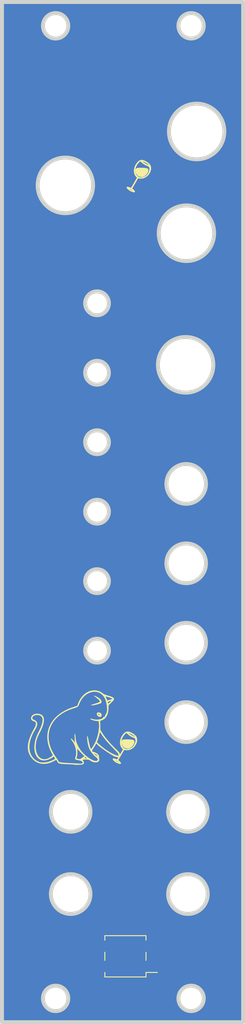
<source format=kicad_pcb>
(kicad_pcb (version 20221018) (generator pcbnew)
  (layers (0 "F.Cu" signal) (31 "B.Cu" signal) (34 "B.Paste" user) (35 "F.Paste" user) (36 "B.SilkS" user "B.Silkscreen") (37 "F.SilkS" user "F.Silkscreen") (38 "B.Mask" user) (39 "F.Mask" user) (44 "Edge.Cuts" user))
  (net 0 "")
  (net 1 "GND")
  (footprint "Connector_PinHeader_2.54mm:PinHeader_2x02_P2.54mm_Vertical_SMD" (layer "F.Cu") (at 35.6 140.1 180)
    (fp_text reference "J1" hide)
    (fp_text value "02x02" hide)
    (pad "1" smd rect (at -2.525 -1.27 180) (size 3.15 1) (layers "F.Cu" "F.Paste" "F.Mask") (net 1 "GND"))
    (pad "2" smd rect (at 2.525 -1.27 180) (size 3.15 1) (layers "F.Cu" "F.Paste" "F.Mask") (net 1 "GND"))
    (pad "3" smd rect (at -2.525 1.27 180) (size 3.15 1) (layers "F.Cu" "F.Paste" "F.Mask") (net 1 "GND"))
    (pad "4" smd rect (at 2.525 1.27 180) (size 3.15 1) (layers "F.Cu" "F.Paste" "F.Mask") (net 1 "GND"))
  )
  (gr_poly (pts (xy 31.838509 107.361259) (xy 31.944978 107.406861) (xy 32.045022 107.457273) (xy 32.138065 107.511688) (xy 32.223535 107.569305) (xy 32.300856 107.629317) (xy 32.369456 107.69092) (xy 32.42876 107.753311) (xy 32.454747 107.78455) (xy 32.478195 107.815685) (xy 32.499032 107.846614) (xy 32.517186 107.877237) (xy 32.532586 107.907454) (xy 32.54516 107.937164) (xy 32.554837 107.966266) (xy 32.561543 107.99466) (xy 32.565208 108.022245) (xy 32.565761 108.048922) (xy 32.563128 108.074588) (xy 32.557239 108.099145) (xy 32.548022 108.12249) (xy 32.535405 108.144524) (xy 32.519316 108.165147) (xy 32.499683 108.184256) (xy 32.476436 108.201753) (xy 32.449501 108.217537) (xy 32.399049 108.240458) (xy 32.334469 108.264823) (xy 32.25816 108.290114) (xy 32.17252 108.315814) (xy 31.982843 108.36637) (xy 31.784626 108.412351) (xy 31.597056 108.449617) (xy 31.439321 108.474027) (xy 31.377638 108.480117) (xy 31.330609 108.481441) (xy 31.300633 108.477481) (xy 31.292789 108.473358) (xy 31.290108 108.46772) (xy 31.290077 108.467689) (xy 31.290795 108.466225) (xy 31.292923 108.464336) (xy 31.301274 108.459333) (xy 31.314847 108.452781) (xy 31.333363 108.44478) (xy 31.384096 108.424831) (xy 31.451221 108.400287) (xy 31.532491 108.371952) (xy 31.625654 108.340625) (xy 31.72846 108.307111) (xy 31.838661 108.272209) (xy 31.966368 108.231746) (xy 32.076996 108.194681) (xy 32.170518 108.159919) (xy 32.210856 108.14306) (xy 32.246906 108.126366) (xy 32.278666 108.1097) (xy 32.306133 108.092926) (xy 32.329301 108.075907) (xy 32.348169 108.058506) (xy 32.362733 108.040586) (xy 32.372988 108.02201) (xy 32.378932 108.002642) (xy 32.380562 107.982345) (xy 32.377873 107.960982) (xy 32.370862 107.938416) (xy 32.359526 107.91451) (xy 32.343861 107.889127) (xy 32.323863 107.862131) (xy 32.29953 107.833385) (xy 32.270858 107.802752) (xy 32.237843 107.770095) (xy 32.15877 107.698162) (xy 32.062284 107.616492) (xy 31.948358 107.523991) (xy 31.816963 107.419563) (xy 31.64933 107.287056)) (stroke (width 0.047896)) (fill solid) (layer "F.SilkS"))
  (gr_poly (pts (xy 36.030869 112.804098) (xy 36.236746 112.817209) (xy 36.417039 112.836586) (xy 36.491936 112.848366) (xy 36.553651 112.861402) (xy 36.599922 112.875591) (xy 36.616559 112.883086) (xy 36.628487 112.890831) (xy 36.656798 112.918446) (xy 36.679375 112.949226) (xy 36.696445 112.982882) (xy 36.708236 113.019127) (xy 36.714973 113.057674) (xy 36.716885 113.098235) (xy 36.714198 113.140524) (xy 36.707139 113.184253) (xy 36.695935 113.229134) (xy 36.680813 113.274881) (xy 36.662 113.321205) (xy 36.639723 113.36782) (xy 36.61421 113.414439) (xy 36.585687 113.460773) (xy 36.554381 113.506536) (xy 36.520519 113.551441) (xy 36.484329 113.595199) (xy 36.446036 113.637525) (xy 36.405869 113.67813) (xy 36.364054 113.716727) (xy 36.320819 113.753028) (xy 36.27639 113.786748) (xy 36.230994 113.817597) (xy 36.184858 113.845289) (xy 36.138209 113.869537) (xy 36.091275 113.890053) (xy 36.044282 113.90655) (xy 35.997458 113.918741) (xy 35.951029 113.926338) (xy 35.905222 113.929054) (xy 35.860264 113.926601) (xy 35.816383 113.918693) (xy 35.816383 113.918632) (xy 35.745743 113.902395) (xy 35.695577 113.890997) (xy 35.643105 113.879326) (xy 35.602114 113.868063) (xy 35.562235 113.852648) (xy 35.523553 113.833357) (xy 35.486155 113.810466) (xy 35.450128 113.784252) (xy 35.41556 113.754991) (xy 35.382537 113.72296) (xy 35.351146 113.688436) (xy 35.321474 113.651695) (xy 35.293608 113.613014) (xy 35.267636 113.572668) (xy 35.243643 113.530936) (xy 35.221716 113.488092) (xy 35.201944 113.444415) (xy 35.184412 113.400179) (xy 35.169208 113.355663) (xy 35.156419 113.311142) (xy 35.146131 113.266893) (xy 35.138432 113.223193) (xy 35.133408 113.180317) (xy 35.131147 113.138544) (xy 35.131735 113.098148) (xy 35.135259 113.059407) (xy 35.141806 113.022598) (xy 35.151464 112.987996) (xy 35.164318 112.955879) (xy 35.180457 112.926522) (xy 35.199966 112.900203) (xy 35.222934 112.877199) (xy 35.249446 112.857784) (xy 35.279591 112.842237) (xy 35.313454 112.830833) (xy 35.370095 112.819478) (xy 35.4407 112.81062) (xy 35.523005 112.804153) (xy 35.614749 112.799977) (xy 35.817504 112.798078)) (stroke (width 0.047896)) (fill solid) (layer "F.SilkS"))
  (gr_poly (pts (xy 31.786694 106.623762) (xy 31.896915 106.635221) (xy 32.006601 106.654206) (xy 32.115511 106.680812) (xy 32.223404 106.715135) (xy 32.33004 106.757269) (xy 32.435179 106.807308) (xy 32.53858 106.865347) (xy 32.640002 106.931481) (xy 32.739204 107.005806) (xy 32.762738 107.023669) (xy 32.788644 107.041484) (xy 32.81691 107.059243) (xy 32.847525 107.076944) (xy 32.880478 107.094582) (xy 32.915758 107.112151) (xy 32.953354 107.129648) (xy 32.993256 107.147068) (xy 33.035451 107.164405) (xy 33.079928 107.181656) (xy 33.126678 107.198816) (xy 33.175688 107.215881) (xy 33.226947 107.232844) (xy 33.280445 107.249703) (xy 33.33617 107.266453) (xy 33.394112 107.283088) (xy 33.547823 107.327495) (xy 33.682812 107.369583) (xy 33.799441 107.410086) (xy 33.898071 107.449741) (xy 33.940749 107.46948) (xy 33.979064 107.489282) (xy 34.01306 107.509239) (xy 34.042782 107.529443) (xy 34.068276 107.549985) (xy 34.089586 107.570959) (xy 34.106759 107.592454) (xy 34.119839 107.614565) (xy 34.128871 107.637381) (xy 34.133901 107.660995) (xy 34.134974 107.685499) (xy 34.132135 107.710985) (xy 34.125429 107.737545) (xy 34.114902 107.76527) (xy 34.100598 107.794252) (xy 34.082564 107.824583) (xy 34.060843 107.856356) (xy 34.035482 107.889661) (xy 33.974019 107.961237) (xy 33.898536 108.040046) (xy 33.809395 108.126823) (xy 33.456276 108.462104) (xy 33.435677 108.965019) (xy 33.426781 109.096257) (xy 33.41117 109.223027) (xy 33.38903 109.345024) (xy 33.360545 109.461941) (xy 33.325902 109.573472) (xy 33.285285 109.679311) (xy 33.238881 109.779153) (xy 33.186874 109.87269) (xy 33.129451 109.959617) (xy 33.066797 110.039628) (xy 32.999097 110.112416) (xy 32.926537 110.177676) (xy 32.849303 110.235101) (xy 32.76758 110.284385) (xy 32.681553 110.325223) (xy 32.591408 110.357307) (xy 32.398689 110.415001) (xy 32.403694 110.995185) (xy 32.408699 111.57537) (xy 32.58799 111.872749) (xy 32.663801 111.994961) (xy 32.745319 112.119612) (xy 32.83242 112.246556) (xy 32.924981 112.375645) (xy 33.022878 112.506734) (xy 33.125988 112.639675) (xy 33.234187 112.774324) (xy 33.347351 112.910532) (xy 33.58808 113.187042) (xy 33.847186 113.468035) (xy 34.12368 113.752338) (xy 34.416573 114.03878) (xy 34.51096 114.130745) (xy 34.595916 114.217326) (xy 34.670828 114.297794) (xy 34.735084 114.371421) (xy 34.763026 114.405442) (xy 34.788075 114.437478) (xy 34.810154 114.46744) (xy 34.829186 114.495236) (xy 34.845097 114.520775) (xy 34.857808 114.543966) (xy 34.867245 114.564717) (xy 34.873329 114.582939) (xy 34.879901 114.608011) (xy 34.885977 114.629416) (xy 34.888937 114.638651) (xy 34.891902 114.646857) (xy 34.894915 114.653999) (xy 34.89802 114.66004) (xy 34.90126 114.664941) (xy 34.904677 114.668667) (xy 34.906466 114.670078) (xy 34.908316 114.67118) (xy 34.910232 114.671971) (xy 34.912218 114.672444) (xy 34.914282 114.672596) (xy 34.916428 114.672421) (xy 34.918662 114.671916) (xy 34.920988 114.671075) (xy 34.925942 114.668368) (xy 34.931332 114.664264) (xy 34.937201 114.658726) (xy 34.943594 114.651716) (xy 34.950552 114.643198) (xy 34.958119 114.633135) (xy 34.966339 114.621489) (xy 34.975254 114.608225) (xy 34.995342 114.57669) (xy 35.018728 114.538236) (xy 35.045758 114.492565) (xy 35.112129 114.378395) (xy 35.313698 114.03022) (xy 35.175331 113.872627) (xy 35.138306 113.827657) (xy 35.104371 113.780693) (xy 35.07351 113.731851) (xy 35.045705 113.681247) (xy 35.020941 113.628995) (xy 34.9992 113.575212) (xy 34.980467 113.520011) (xy 34.964724 113.463509) (xy 34.951956 113.405821) (xy 34.942145 113.347063) (xy 34.935276 113.287348) (xy 34.931331 113.226794) (xy 34.930295 113.165514) (xy 34.931071 113.139604) (xy 35.082271 113.139604) (xy 35.086707 113.22802) (xy 35.097554 113.314044) (xy 35.114621 113.397229) (xy 35.137716 113.47713) (xy 35.166649 113.553301) (xy 35.201227 113.625293) (xy 35.24126 113.692663) (xy 35.286557 113.754962) (xy 35.336925 113.811746) (xy 35.392173 113.862567) (xy 35.452111 113.906979) (xy 35.516547 113.944536) (xy 35.58529 113.974791) (xy 35.658148 113.997299) (xy 35.73493 114.011613) (xy 35.815444 114.017287) (xy 35.8995 114.013874) (xy 35.986906 114.000928) (xy 36.077471 113.978002) (xy 36.171003 113.944651) (xy 36.267311 113.900428) (xy 36.267281 113.900428) (xy 36.320203 113.871243) (xy 36.371238 113.838789) (xy 36.420313 113.803309) (xy 36.467357 113.765048) (xy 36.512296 113.724252) (xy 36.555058 113.681164) (xy 36.59557 113.636029) (xy 36.633761 113.589091) (xy 36.669557 113.540595) (xy 36.702886 113.490787) (xy 36.733676 113.439909) (xy 36.761854 113.388207) (xy 36.787347 113.335925) (xy 36.810084 113.283308) (xy 36.829991 113.230601) (xy 36.846996 113.178047) (xy 36.861027 113.125891) (xy 36.872012 113.074379) (xy 36.879877 113.023754) (xy 36.88455 112.974261) (xy 36.885959 112.926145) (xy 36.884032 112.879649) (xy 36.878695 112.83502) (xy 36.869876 112.7925) (xy 36.857504 112.752335) (xy 36.841504 112.71477) (xy 36.821806 112.680048) (xy 36.798336 112.648415) (xy 36.771022 112.620114) (xy 36.739792 112.595391) (xy 36.704572 112.57449) (xy 36.665291 112.557655) (xy 36.6095 112.537097) (xy 36.554933 112.515577) (xy 36.501526 112.493057) (xy 36.449213 112.469498) (xy 36.397929 112.44486) (xy 36.34761 112.419107) (xy 36.29819 112.392198) (xy 36.249603 112.364095) (xy 36.201786 112.33476) (xy 36.154672 112.304154) (xy 36.108197 112.272237) (xy 36.062296 112.238972) (xy 36.016903 112.20432) (xy 35.971954 112.168241) (xy 35.927383 112.130698) (xy 35.883125 112.091652) (xy 35.710365 111.935783) (xy 35.51133 112.136802) (xy 35.432616 112.222074) (xy 35.362418 112.309862) (xy 35.300544 112.399722) (xy 35.246803 112.491207) (xy 35.201004 112.58387) (xy 35.162955 112.677265) (xy 35.132465 112.770946) (xy 35.109343 112.864467) (xy 35.093398 112.957381) (xy 35.084438 113.049242) (xy 35.082271 113.139604) (xy 34.931071 113.139604) (xy 34.93215 113.103625) (xy 34.93688 113.041242) (xy 34.944469 112.978479) (xy 34.954901 112.915453) (xy 34.968158 112.852278) (xy 34.984224 112.789071) (xy 35.003082 112.725945) (xy 35.024717 112.663017) (xy 35.049111 112.600402) (xy 35.076249 112.538215) (xy 35.106113 112.476571) (xy 35.138687 112.415587) (xy 35.173955 112.355376) (xy 35.211899 112.296054) (xy 35.252504 112.237737) (xy 35.295754 112.18054) (xy 35.34163 112.124579) (xy 35.390118 112.069968) (xy 35.4412 112.016822) (xy 35.471638 111.987614) (xy 35.502364 111.960605) (xy 35.533416 111.935802) (xy 35.544116 111.928108) (xy 35.912178 111.928108) (xy 36.008278 112.026115) (xy 36.046012 112.060647) (xy 36.093628 112.097939) (xy 36.149426 112.13715) (xy 36.211708 112.177442) (xy 36.278773 112.217976) (xy 36.348923 112.257912) (xy 36.420457 112.296412) (xy 36.491676 112.332636) (xy 36.560882 112.365745) (xy 36.626373 112.3949) (xy 36.686452 112.419263) (xy 36.739418 112.437993) (xy 36.783572 112.450252) (xy 36.817215 112.455201) (xy 36.829563 112.454672) (xy 36.838647 112.452) (xy 36.844253 112.447082) (xy 36.846168 112.439811) (xy 36.844821 112.434268) (xy 36.840865 112.427442) (xy 36.83443 112.419411) (xy 36.825649 112.410257) (xy 36.801564 112.388892) (xy 36.769654 112.363982) (xy 36.730962 112.336162) (xy 36.686531 112.306067) (xy 36.637406 112.274332) (xy 36.584629 112.241592) (xy 36.529244 112.208482) (xy 36.472294 112.175638) (xy 36.414823 112.143694) (xy 36.357873 112.113286) (xy 36.30249 112.085048) (xy 36.249715 112.059615) (xy 36.200593 112.037623) (xy 36.156166 112.019706) (xy 35.912178 111.928108) (xy 35.544116 111.928108) (xy 35.564833 111.91321) (xy 35.596653 111.892834) (xy 35.628915 111.874679) (xy 35.661657 111.858752) (xy 35.694918 111.845057) (xy 35.728736 111.8336) (xy 35.763149 111.824385) (xy 35.798196 111.81742) (xy 35.833916 111.812708) (xy 35.870346 111.810255) (xy 35.907526 111.810067) (xy 35.945494 111.812149) (xy 35.984287 111.816507) (xy 36.023946 111.823145) (xy 36.064507 111.83207) (xy 36.10601 111.843286) (xy 36.148493 111.856799) (xy 36.191995 111.872615) (xy 36.236553 111.890738) (xy 36.282207 111.911174) (xy 36.328994 111.933929) (xy 36.376954 111.959008) (xy 36.426125 111.986416) (xy 36.528252 112.048242) (xy 36.635683 112.119449) (xy 36.748726 112.200081) (xy 36.817635 112.256676) (xy 36.877528 112.317949) (xy 36.928647 112.383455) (xy 36.971239 112.452748) (xy 37.005547 112.525382) (xy 37.031816 112.600911) (xy 37.050291 112.67889) (xy 37.061217 112.758873) (xy 37.064837 112.840415) (xy 37.061397 112.923069) (xy 37.051141 113.00639) (xy 37.034314 113.089933) (xy 37.01116 113.173251) (xy 36.981924 113.2559) (xy 36.946851 113.337432) (xy 36.906185 113.417404) (xy 36.860171 113.495368) (xy 36.809053 113.57088) (xy 36.753076 113.643493) (xy 36.692484 113.712763) (xy 36.627523 113.778242) (xy 36.558437 113.839487) (xy 36.48547 113.89605) (xy 36.408866 113.947486) (xy 36.328872 113.99335) (xy 36.24573 114.033196) (xy 36.159687 114.066578) (xy 36.070985 114.093051) (xy 35.979871 114.112168) (xy 35.886588 114.123485) (xy 35.791382 114.126555) (xy 35.694496 114.120933) (xy 35.42823 114.09333) (xy 35.283882 114.343101) (xy 34.908058 114.989769) (xy 34.676582 115.38665) (xy 34.856148 115.551139) (xy 34.885068 115.578435) (xy 34.911006 115.604564) (xy 34.934008 115.629501) (xy 34.954119 115.653223) (xy 34.971385 115.675705) (xy 34.985852 115.696923) (xy 34.997565 115.716852) (xy 35.006572 115.735468) (xy 35.012917 115.752747) (xy 35.016646 115.768663) (xy 35.017805 115.783194) (xy 35.01644 115.796313) (xy 35.012597 115.807998) (xy 35.006321 115.818223) (xy 34.997659 115.826964) (xy 34.986656 115.834198) (xy 34.973358 115.839898) (xy 34.957812 115.844042) (xy 34.940062 115.846604) (xy 34.920154 115.84756) (xy 34.898135 115.846886) (xy 34.87405 115.844558) (xy 34.847946 115.840551) (xy 34.819867 115.83484) (xy 34.78986 115.827401) (xy 34.757971 115.818211) (xy 34.724245 115.807244) (xy 34.688728 115.794476) (xy 34.651467 115.779882) (xy 34.612506 115.763439) (xy 34.571892 115.745122) (xy 34.529671 115.724907) (xy 34.476178 115.69757) (xy 34.425394 115.669643) (xy 34.377362 115.641267) (xy 34.332128 115.612584) (xy 34.289736 115.583737) (xy 34.250231 115.554867) (xy 34.213659 115.526116) (xy 34.180064 115.497627) (xy 34.14949 115.469542) (xy 34.121983 115.442003) (xy 34.097588 115.415151) (xy 34.076349 115.389129) (xy 34.067004 115.376151) (xy 34.232236 115.376151) (xy 34.234352 115.380928) (xy 34.239265 115.387463) (xy 34.246549 115.395143) (xy 34.267619 115.41358) (xy 34.296341 115.435527) (xy 34.331494 115.460273) (xy 34.371858 115.487105) (xy 34.416211 115.515313) (xy 34.512001 115.573009) (xy 34.609095 115.627668) (xy 34.655079 115.65208) (xy 34.697726 115.673597) (xy 34.735815 115.69151) (xy 34.768125 115.705105) (xy 34.793435 115.713672) (xy 34.803083 115.715848) (xy 34.810524 115.716499) (xy 34.812851 115.716367) (xy 34.814902 115.716041) (xy 34.81668 115.715528) (xy 34.817468 115.715203) (xy 34.818188 115.714832) (xy 34.818842 115.714417) (xy 34.819429 115.713958) (xy 34.81995 115.713456) (xy 34.820405 115.712911) (xy 34.820795 115.712324) (xy 34.82112 115.711696) (xy 34.821381 115.711027) (xy 34.821577 115.710318) (xy 34.821778 115.708782) (xy 34.821727 115.707093) (xy 34.821425 115.705256) (xy 34.820877 115.703276) (xy 34.820085 115.701158) (xy 34.819053 115.698907) (xy 34.817782 115.696527) (xy 34.816277 115.694025) (xy 34.814539 115.691404) (xy 34.812572 115.68867) (xy 34.810379 115.685828) (xy 34.807962 115.682883) (xy 34.805325 115.67984) (xy 34.802471 115.676703) (xy 34.799402 115.673478) (xy 34.796122 115.67017) (xy 34.792632 115.666783) (xy 34.788938 115.663323) (xy 34.78504 115.659795) (xy 34.780942 115.656204) (xy 34.776648 115.652554) (xy 34.772159 115.64885) (xy 34.767479 115.645099) (xy 34.762611 115.641304) (xy 34.762611 115.641273) (xy 34.732172 115.619047) (xy 34.696417 115.595163) (xy 34.656412 115.570149) (xy 34.613222 115.544527) (xy 34.521548 115.493566) (xy 34.42992 115.446481) (xy 34.346863 115.407474) (xy 34.311212 115.392312) (xy 34.280899 115.380745) (xy 34.256992 115.373298) (xy 34.240555 115.370496) (xy 34.23547 115.371001) (xy 34.232653 115.372864) (xy 34.232236 115.376151) (xy 34.067004 115.376151) (xy 34.058311 115.364079) (xy 34.043519 115.340143) (xy 34.032018 115.317462) (xy 34.023853 115.29618) (xy 34.019069 115.276438) (xy 34.017709 115.258379) (xy 34.019821 115.242143) (xy 34.025447 115.227874) (xy 34.034633 115.215713) (xy 34.047424 115.205803) (xy 34.063864 115.198285) (xy 34.083999 115.193301) (xy 34.107873 115.190995) (xy 34.135532 115.191507) (xy 34.167019 115.194979) (xy 34.202381 115.201555) (xy 34.241661 115.211375) (xy 34.284904 115.224582) (xy 34.332156 115.241319) (xy 34.383461 115.261726) (xy 34.438706 115.284376) (xy 34.461475 115.292937) (xy 34.481507 115.299497) (xy 34.490613 115.30199) (xy 34.499175 115.303939) (xy 34.507239 115.305327) (xy 34.514852 115.306142) (xy 34.52206 115.306368) (xy 34.528911 115.305989) (xy 34.53545 115.304992) (xy 34.541725 115.303362) (xy 34.547782 115.301083) (xy 34.553668 115.298141) (xy 34.55943 115.29452) (xy 34.565114 115.290208) (xy 34.570767 115.285187) (xy 34.576435 115.279444) (xy 34.582165 115.272964) (xy 34.588004 115.265732) (xy 34.600195 115.248953) (xy 34.613382 115.228987) (xy 34.644234 115.179023) (xy 34.737129 115.026237) (xy 34.486793 114.975944) (xy 34.435046 114.964974) (xy 34.383934 114.953089) (xy 34.334779 114.940666) (xy 34.288902 114.928085) (xy 34.247626 114.915724) (xy 34.212273 114.903962) (xy 34.184163 114.893178) (xy 34.173238 114.888271) (xy 34.164619 114.883751) (xy 33.848566 114.69467) (xy 33.531432 114.495795) (xy 33.222176 114.293382) (xy 32.929756 114.093687) (xy 32.663131 113.902966) (xy 32.43126 113.727476) (xy 32.243101 113.573473) (xy 32.168213 113.506483) (xy 32.107613 113.447212) (xy 32.073667 113.412273) (xy 32.04316 113.381691) (xy 32.015849 113.355397) (xy 31.991491 113.333324) (xy 31.969842 113.315405) (xy 31.959958 113.307981) (xy 31.950661 113.301571) (xy 31.94192 113.296166) (xy 31.933704 113.291756) (xy 31.925983 113.288334) (xy 31.918728 113.285892) (xy 31.911907 113.284421) (xy 31.90549 113.283912) (xy 31.899448 113.284357) (xy 31.893748 113.285747) (xy 31.888362 113.288075) (xy 31.883259 113.291331) (xy 31.878408 113.295508) (xy 31.87378 113.300596) (xy 31.869343 113.306588) (xy 31.865067 113.313474) (xy 31.860923 113.321247) (xy 31.856879 113.329899) (xy 31.848972 113.349801) (xy 31.841103 113.373115) (xy 31.83673 113.384856) (xy 31.830077 113.399861) (xy 31.821281 113.417901) (xy 31.810478 113.438743) (xy 31.783401 113.487914) (xy 31.749939 113.545524) (xy 31.711187 113.609727) (xy 31.66824 113.678672) (xy 31.622191 113.750514) (xy 31.574135 113.823402) (xy 31.529466 113.891312) (xy 31.49047 113.953168) (xy 31.457118 114.009287) (xy 31.42938 114.059987) (xy 31.407226 114.105583) (xy 31.390627 114.146394) (xy 31.3844 114.165103) (xy 31.379551 114.182735) (xy 31.376076 114.199328) (xy 31.37397 114.214924) (xy 31.373231 114.22956) (xy 31.373853 114.243277) (xy 31.375835 114.256114) (xy 31.379172 114.268111) (xy 31.383859 114.279308) (xy 31.389895 114.289744) (xy 31.397274 114.299458) (xy 31.405992 114.308491) (xy 31.416048 114.316882) (xy 31.427436 114.324671) (xy 31.440152 114.331897) (xy 31.454194 114.338599) (xy 31.486237 114.350593) (xy 31.523537 114.360969) (xy 31.600794 114.381818) (xy 31.675267 114.406116) (xy 31.746632 114.433594) (xy 31.814565 114.463985) (xy 31.878742 114.497019) (xy 31.938838 114.532428) (xy 31.99453 114.569943) (xy 32.045494 114.609296) (xy 32.091405 114.650219) (xy 32.13194 114.692441) (xy 32.166773 114.735696) (xy 32.195582 114.779714) (xy 32.207626 114.801925) (xy 32.218042 114.824226) (xy 32.22679 114.846584) (xy 32.233829 114.868965) (xy 32.239119 114.891335) (xy 32.242619 114.913661) (xy 32.244288 114.935909) (xy 32.244087 114.958046) (xy 32.243031 114.993213) (xy 32.24352 115.031165) (xy 32.245414 115.070704) (xy 32.248569 115.110634) (xy 32.252845 115.149756) (xy 32.258099 115.186875) (xy 32.264189 115.220792) (xy 32.270973 115.250312) (xy 32.279589 115.290531) (xy 32.283261 115.328794) (xy 32.282204 115.365071) (xy 32.27663 115.399331) (xy 32.266753 115.431542) (xy 32.252785 115.461673) (xy 32.234941 115.489694) (xy 32.213432 115.515573) (xy 32.188473 115.539279) (xy 32.160276 115.560782) (xy 32.129055 115.580049) (xy 32.095022 115.59705) (xy 32.058392 115.611755) (xy 32.019376 115.624131) (xy 31.978189 115.634148) (xy 31.935043 115.641775) (xy 31.890152 115.64698) (xy 31.843729 115.649733) (xy 31.795986 115.650002) (xy 31.747138 115.647757) (xy 31.697397 115.642966) (xy 31.646976 115.635599) (xy 31.596089 115.625624) (xy 31.544949 115.613009) (xy 31.493768 115.597725) (xy 31.442761 115.57974) (xy 31.39214 115.559023) (xy 31.342118 115.535542) (xy 31.29291 115.509268) (xy 31.244726 115.480168) (xy 31.197782 115.448212) (xy 31.15229 115.413368) (xy 31.12823 115.396016) (xy 31.100603 115.379965) (xy 31.069731 115.365206) (xy 31.035936 115.351726) (xy 30.960864 115.328558) (xy 30.877962 115.310368) (xy 30.789803 115.297066) (xy 30.698961 115.288558) (xy 30.608011 115.284754) (xy 30.519527 115.28556) (xy 30.436084 115.290886) (xy 30.360254 115.300638) (xy 30.294613 115.314726) (xy 30.241734 115.333056) (xy 30.220885 115.343784) (xy 30.204192 115.355538) (xy 30.191977 115.368306) (xy 30.184561 115.382078) (xy 30.182266 115.396842) (xy 30.185415 115.412585) (xy 30.194328 115.429298) (xy 30.209328 115.446968) (xy 30.222059 115.460178) (xy 30.23409 115.473629) (xy 30.245418 115.4873) (xy 30.256041 115.50117) (xy 30.265957 115.515216) (xy 30.275163 115.529418) (xy 30.283656 115.543754) (xy 30.291435 115.558202) (xy 30.298497 115.57274) (xy 30.304839 115.587348) (xy 30.31046 115.602004) (xy 30.315356 115.616686) (xy 30.319526 115.631372) (xy 30.322967 115.646042) (xy 30.325676 115.660673) (xy 30.327652 115.675245) (xy 30.328891 115.689735) (xy 30.329392 115.704122) (xy 30.329152 115.718385) (xy 30.328169 115.732502) (xy 30.326439 115.746451) (xy 30.323962 115.760211) (xy 30.320734 115.773761) (xy 30.316753 115.787078) (xy 30.312017 115.800142) (xy 30.306523 115.812931) (xy 30.30027 115.825424) (xy 30.293253 115.837598) (xy 30.285472 115.849432) (xy 30.276923 115.860906) (xy 30.267605 115.871996) (xy 30.257515 115.882682) (xy 30.248055 115.889423) (xy 30.233551 115.895984) (xy 30.190766 115.908507) (xy 30.131858 115.920129) (xy 30.059527 115.930729) (xy 29.885393 115.948373) (xy 29.68996 115.960464) (xy 29.494824 115.966026) (xy 29.321578 115.964084) (xy 29.249914 115.959994) (xy 29.19182 115.953662) (xy 29.149997 115.944966) (xy 29.13603 115.939693) (xy 29.127144 115.933784) (xy 29.126533 115.93383) (xy 29.119633 115.931235) (xy 29.10419 115.92842) (xy 29.049485 115.922235) (xy 28.966038 115.915494) (xy 28.857471 115.908416) (xy 28.727406 115.901222) (xy 28.579462 115.894129) (xy 28.41726 115.887357) (xy 28.244423 115.881126) (xy 27.914752 115.868188) (xy 27.65345 115.852233) (xy 27.545585 115.842382) (xy 27.451388 115.830885) (xy 27.36972 115.817445) (xy 27.299438 115.801765) (xy 27.239403 115.783548) (xy 27.188473 115.762498) (xy 27.145507 115.738315) (xy 27.109364 115.710705) (xy 27.078902 115.679369) (xy 27.052982 115.64401) (xy 27.030462 115.604331) (xy 27.0102 115.560035) (xy 26.992304 115.51844) (xy 26.9753 115.482087) (xy 26.966996 115.465848) (xy 26.958751 115.450887) (xy 26.950511 115.437191) (xy 26.94222 115.42475) (xy 26.933825 115.413553) (xy 26.925271 115.403589) (xy 26.916503 115.394846) (xy 26.907466 115.387314) (xy 26.898106 115.380981) (xy 26.888369 115.375836) (xy 26.878199 115.371868) (xy 26.867542 115.369066) (xy 26.856344 115.367419) (xy 26.84455 115.366915) (xy 26.832104 115.367545) (xy 26.818954 115.369295) (xy 26.805043 115.372156) (xy 26.790318 115.376117) (xy 26.774724 115.381165) (xy 26.758206 115.38729) (xy 26.740709 115.394482) (xy 26.72218 115.402728) (xy 26.681803 115.42234) (xy 26.636639 115.446037) (xy 26.58625 115.473732) (xy 26.468244 115.536631) (xy 26.350413 115.593541) (xy 26.232877 115.644494) (xy 26.115758 115.68952) (xy 25.999175 115.728652) (xy 25.883249 115.761919) (xy 25.768099 115.789354) (xy 25.653846 115.810988) (xy 25.54061 115.826851) (xy 25.428511 115.836975) (xy 25.317669 115.841392) (xy 25.208205 115.840131) (xy 25.100239 115.833226) (xy 24.993891 115.820706) (xy 24.889281 115.802602) (xy 24.78653 115.778947) (xy 24.685757 115.749772) (xy 24.587082 115.715107) (xy 24.490627 115.674984) (xy 24.396511 115.629433) (xy 24.304854 115.578487) (xy 24.215777 115.522176) (xy 24.1294 115.460532) (xy 24.045842 115.393585) (xy 23.965225 115.321367) (xy 23.887668 115.24391) (xy 23.813291 115.161244) (xy 23.742216 115.0734) (xy 23.674561 114.98041) (xy 23.610447 114.882305) (xy 23.549995 114.779117) (xy 23.493324 114.670875) (xy 23.456524 114.592219) (xy 23.423298 114.512352) (xy 23.393654 114.43123) (xy 23.3676 114.348811) (xy 23.345144 114.265049) (xy 23.326296 114.179901) (xy 23.311063 114.093323) (xy 23.299453 114.005272) (xy 23.291476 113.915704) (xy 23.287139 113.824573) (xy 23.28767 113.780963) (xy 23.44512 113.780963) (xy 23.451542 113.920619) (xy 23.46537 114.056974) (xy 23.486581 114.189834) (xy 23.515147 114.319002) (xy 23.551045 114.444282) (xy 23.594248 114.56548) (xy 23.644731 114.682399) (xy 23.702468 114.794844) (xy 23.767434 114.902619) (xy 23.839603 115.005528) (xy 23.918951 115.103375) (xy 24.005451 115.195966) (xy 24.099078 115.283103) (xy 24.199806 115.364593) (xy 24.307611 115.440237) (xy 24.422466 115.509842) (xy 24.544346 115.573212) (xy 24.673225 115.630149) (xy 24.735141 115.652082) (xy 24.803175 115.670344) (xy 24.876724 115.684967) (xy 24.955187 115.695983) (xy 25.037963 115.703422) (xy 25.12445 115.707316) (xy 25.214045 115.707696) (xy 25.306148 115.704593) (xy 25.400157 115.698039) (xy 25.495471 115.688065) (xy 25.591486 115.674701) (xy 25.687602 115.65798) (xy 25.783218 115.637932) (xy 25.877731 115.61459) (xy 25.97054 115.587983) (xy 26.061043 115.558143) (xy 26.060982 115.558174) (xy 26.173593 115.51772) (xy 26.27429 115.47986) (xy 26.363448 115.444255) (xy 26.441441 115.410567) (xy 26.508641 115.37846) (xy 26.565424 115.347594) (xy 26.612162 115.317633) (xy 26.649231 115.288238) (xy 26.664256 115.273648) (xy 26.677003 115.259072) (xy 26.68752 115.24447) (xy 26.695853 115.229798) (xy 26.702049 115.215014) (xy 26.706155 115.200077) (xy 26.708217 115.184943) (xy 26.708282 115.169571) (xy 26.706397 115.153919) (xy 26.702609 115.137943) (xy 26.696964 115.121603) (xy 26.689509 115.104856) (xy 26.669356 115.069971) (xy 26.642525 115.032951) (xy 26.545235 114.909233) (xy 26.372078 115.026756) (xy 26.200165 115.135323) (xy 26.032852 115.225075) (xy 25.870437 115.296557) (xy 25.71322 115.350312) (xy 25.561497 115.386881) (xy 25.415569 115.40681) (xy 25.275733 115.410639) (xy 25.142287 115.398913) (xy 25.015531 115.372175) (xy 24.895763 115.330967) (xy 24.783281 115.275834) (xy 24.678384 115.207317) (xy 24.58137 115.125959) (xy 24.492539 115.032305) (xy 24.412187 114.926897) (xy 24.340614 114.810278) (xy 24.278119 114.68299) (xy 24.224999 114.545578) (xy 24.181554 114.398585) (xy 24.148081 114.242552) (xy 24.12488 114.078024) (xy 24.112249 113.905543) (xy 24.110486 113.725653) (xy 24.119889 113.538896) (xy 24.140758 113.345816) (xy 24.173391 113.146955) (xy 24.218086 112.942857) (xy 24.275142 112.734065) (xy 24.344857 112.521122) (xy 24.427529 112.30457) (xy 24.523458 112.084954) (xy 24.632942 111.862816) (xy 24.765116 111.599105) (xy 24.877763 111.352529) (xy 24.970882 111.123059) (xy 25.044469 110.910671) (xy 25.098522 110.715336) (xy 25.133037 110.537028) (xy 25.142968 110.454251) (xy 25.148012 110.37572) (xy 25.148171 110.301433) (xy 25.143444 110.231386) (xy 25.13383 110.165575) (xy 25.11933 110.103998) (xy 25.099942 110.046651) (xy 25.075666 109.993531) (xy 25.046503 109.944634) (xy 25.012451 109.899957) (xy 24.97351 109.859496) (xy 24.92968 109.823249) (xy 24.880961 109.791211) (xy 24.827352 109.763381) (xy 24.768853 109.739753) (xy 24.705463 109.720326) (xy 24.637183 109.705094) (xy 24.564011 109.694057) (xy 24.485948 109.687209) (xy 24.402992 109.684547) (xy 24.357391 109.685648) (xy 24.312944 109.689417) (xy 24.269746 109.695706) (xy 24.227895 109.704367) (xy 24.187487 109.715252) (xy 24.148619 109.728213) (xy 24.111388 109.743103) (xy 24.075889 109.759773) (xy 24.04222 109.778076) (xy 24.010477 109.797864) (xy 23.980757 109.818989) (xy 23.953156 109.841303) (xy 23.927771 109.864658) (xy 23.904699 109.888907) (xy 23.884036 109.913902) (xy 23.865879 109.939495) (xy 23.850324 109.965537) (xy 23.837468 109.991882) (xy 23.827408 110.018381) (xy 23.82024 110.044886) (xy 23.81606 110.07125) (xy 23.814966 110.097325) (xy 23.817054 110.122963) (xy 23.822421 110.148016) (xy 23.831162 110.172336) (xy 23.843376 110.195775) (xy 23.859157 110.218186) (xy 23.878604 110.23942) (xy 23.901812 110.259331) (xy 23.928879 110.277769) (xy 23.9599 110.294588) (xy 23.994972 110.309639) (xy 24.043194 110.329097) (xy 24.088595 110.349737) (xy 24.131177 110.371575) (xy 24.170942 110.394623) (xy 24.20789 110.418897) (xy 24.242025 110.44441) (xy 24.273346 110.471175) (xy 24.301857 110.499209) (xy 24.327559 110.528523) (xy 24.350454 110.559133) (xy 24.370543 110.591053) (xy 24.387827 110.624297) (xy 24.40231 110.658878) (xy 24.413991 110.694811) (xy 24.422874 110.73211) (xy 24.428959 110.77079) (xy 24.432248 110.810863) (xy 24.432744 110.852345) (xy 24.430447 110.895249) (xy 24.42536 110.93959) (xy 24.417483 110.985382) (xy 24.40682 111.032638) (xy 24.393371 111.081373) (xy 24.377138 111.131601) (xy 24.358122 111.183335) (xy 24.336327 111.236591) (xy 24.311752 111.291382) (xy 24.2844 111.347723) (xy 24.254273 111.405627) (xy 24.221372 111.465108) (xy 24.185699 111.526181) (xy 24.147255 111.588859) (xy 23.955107 111.918918) (xy 23.793913 112.245952) (xy 23.663469 112.568397) (xy 23.563572 112.884685) (xy 23.494017 113.193253) (xy 23.470555 113.344152) (xy 23.454601 113.492534) (xy 23.446132 113.638203) (xy 23.44512 113.780963) (xy 23.28767 113.780963) (xy 23.289419 113.637454) (xy 23.306361 113.443562) (xy 23.338032 113.242548) (xy 23.384498 113.03406) (xy 23.445826 112.817748) (xy 23.522084 112.59326) (xy 23.613337 112.360247) (xy 23.719653 112.118356) (xy 23.841099 111.867238) (xy 23.977741 111.606541) (xy 24.129646 111.335914) (xy 24.17346 111.255589) (xy 24.210685 111.177619) (xy 24.241346 111.102269) (xy 24.265467 111.029809) (xy 24.283071 110.960503) (xy 24.294183 110.89462) (xy 24.298826 110.832426) (xy 24.298729 110.802796) (xy 24.297024 110.774189) (xy 24.293713 110.746637) (xy 24.2888 110.720174) (xy 24.282288 110.694834) (xy 24.274179 110.67065) (xy 24.264478 110.647655) (xy 24.253185 110.625883) (xy 24.240305 110.605367) (xy 24.225841 110.58614) (xy 24.209795 110.568236) (xy 24.192171 110.551689) (xy 24.172971 110.53653) (xy 24.152199 110.522795) (xy 24.129857 110.510516) (xy 24.105949 110.499726) (xy 24.080477 110.49046) (xy 24.053444 110.48275) (xy 23.99475 110.465744) (xy 23.941579 110.445497) (xy 23.893832 110.422257) (xy 23.851409 110.396275) (xy 23.81421 110.367799) (xy 23.782136 110.337078) (xy 23.755086 110.304361) (xy 23.732962 110.269898) (xy 23.715663 110.233937) (xy 23.70309 110.196728) (xy 23.695142 110.158519) (xy 23.691721 110.119561) (xy 23.692726 110.080101) (xy 23.698057 110.040389) (xy 23.707616 110.000674) (xy 23.721302 109.961206) (xy 23.739015 109.922233) (xy 23.760657 109.884005) (xy 23.786126 109.84677) (xy 23.815324 109.810777) (xy 23.84815 109.776277) (xy 23.884505 109.743517) (xy 23.924289 109.712748) (xy 23.967403 109.684217) (xy 24.013746 109.658175) (xy 24.06322 109.63487) (xy 24.115723 109.614552) (xy 24.171157 109.597469) (xy 24.229422 109.58387) (xy 24.290418 109.574006) (xy 24.354045 109.568124) (xy 24.420204 109.566475) (xy 24.515349 109.569826) (xy 24.604949 109.578177) (xy 24.689002 109.5915) (xy 24.767505 109.609771) (xy 24.840456 109.632965) (xy 24.90785 109.661055) (xy 24.969686 109.694017) (xy 25.02596 109.731824) (xy 25.076669 109.774452) (xy 25.121811 109.821875) (xy 25.161383 109.874068) (xy 25.195381 109.931004) (xy 25.223803 109.992659) (xy 25.246645 110.059008) (xy 25.263906 110.130024) (xy 25.275581 110.205682) (xy 25.281669 110.285958) (xy 25.282166 110.370824) (xy 25.277069 110.460257) (xy 25.266375 110.55423) (xy 25.250082 110.652718) (xy 25.228186 110.755696) (xy 25.200684 110.863138) (xy 25.167575 110.975018) (xy 25.128854 111.091312) (xy 25.084519 111.211994) (xy 25.034567 111.337038) (xy 24.978994 111.466419) (xy 24.917799 111.600111) (xy 24.850978 111.738089) (xy 24.778529 111.880328) (xy 24.700447 112.026802) (xy 24.600145 112.223187) (xy 24.513052 112.418815) (xy 24.438821 112.613073) (xy 24.377104 112.805346) (xy 24.327557 112.995023) (xy 24.28983 113.181488) (xy 24.263578 113.364129) (xy 24.248453 113.542333) (xy 24.244109 113.715486) (xy 24.250198 113.882974) (xy 24.266374 114.044185) (xy 24.29229 114.198504) (xy 24.327599 114.345319) (xy 24.371953 114.484016) (xy 24.425006 114.613981) (xy 24.486412 114.734602) (xy 24.555823 114.845264) (xy 24.632892 114.945355) (xy 24.717272 115.034261) (xy 24.808616 115.111368) (xy 24.906578 115.176064) (xy 25.010811 115.227734) (xy 25.120967 115.265766) (xy 25.2367 115.289546) (xy 25.357663 115.29846) (xy 25.483508 115.291896) (xy 25.61389 115.269239) (xy 25.74846 115.229877) (xy 25.886873 115.173196) (xy 26.02878 115.098582) (xy 26.173836 115.005423) (xy 26.321693 114.893104) (xy 26.454323 114.784523) (xy 26.259041 114.41349) (xy 26.149018 114.191677) (xy 26.052537 113.970347) (xy 25.969485 113.749746) (xy 25.899746 113.530119) (xy 25.843207 113.311712) (xy 25.799751 113.094771) (xy 25.769266 112.879543) (xy 25.751636 112.666271) (xy 25.74683 112.458761) (xy 25.87443 112.458761) (xy 25.882685 112.687318) (xy 25.906099 112.918494) (xy 25.94479 113.151949) (xy 25.998879 113.387341) (xy 26.068483 113.624331) (xy 26.153724 113.862577) (xy 26.254719 114.101741) (xy 26.371589 114.34148) (xy 26.504454 114.581456) (xy 26.653431 114.821327) (xy 26.818642 115.060753) (xy 26.879812 115.146059) (xy 26.936881 115.227452) (xy 26.988598 115.303021) (xy 27.033714 115.370857) (xy 27.07098 115.429048) (xy 27.099145 115.475684) (xy 27.11696 115.508854) (xy 27.121596 115.519793) (xy 27.123177 115.526649) (xy 27.123892 115.540117) (xy 27.126121 115.553003) (xy 27.129989 115.56533) (xy 27.135619 115.577123) (xy 27.139134 115.582825) (xy 27.143136 115.588402) (xy 27.152664 115.599192) (xy 27.164329 115.609515) (xy 27.178254 115.619395) (xy 27.194563 115.628854) (xy 27.213382 115.637914) (xy 27.234834 115.6466) (xy 27.259044 115.654934) (xy 27.286136 115.662938) (xy 27.316236 115.670637) (xy 27.349466 115.678052) (xy 27.385952 115.685207) (xy 27.425818 115.692125) (xy 27.469189 115.698828) (xy 27.516188 115.705339) (xy 27.566941 115.711682) (xy 27.621571 115.71788) (xy 27.680203 115.723954) (xy 27.809972 115.735827) (xy 27.957243 115.747484) (xy 28.12301 115.759109) (xy 28.308269 115.770886) (xy 28.514015 115.782997) (xy 29.465601 115.836) (xy 29.755419 115.848978) (xy 29.949249 115.852785) (xy 30.068089 115.847306) (xy 30.10595 115.841048) (xy 30.132936 115.832425) (xy 30.151674 115.821422) (xy 30.164787 115.808026) (xy 30.184639 115.773994) (xy 30.184517 115.773826) (xy 30.193051 115.756248) (xy 30.199705 115.738922) (xy 30.204489 115.721853) (xy 30.207408 115.705046) (xy 30.20847 115.688506) (xy 30.207683 115.672238) (xy 30.205053 115.656246) (xy 30.200589 115.640536) (xy 30.194298 115.625112) (xy 30.186186 115.609979) (xy 30.176262 115.595143) (xy 30.164532 115.580607) (xy 30.151005 115.566378) (xy 30.135687 115.552459) (xy 30.118586 115.538856) (xy 30.099709 115.525573) (xy 30.079063 115.512616) (xy 30.056656 115.499989) (xy 30.032496 115.487698) (xy 30.006589 115.475746) (xy 29.978944 115.46414) (xy 29.949566 115.452883) (xy 29.918464 115.441981) (xy 29.885646 115.431439) (xy 29.851118 115.421261) (xy 29.814887 115.411453) (xy 29.776962 115.402019) (xy 29.73735 115.392964) (xy 29.696057 115.384293) (xy 29.653091 115.376011) (xy 29.562172 115.360634) (xy 29.51036 115.351918) (xy 29.46402 115.342511) (xy 29.422992 115.332208) (xy 29.387119 115.320806) (xy 29.371066 115.314628) (xy 29.356242 115.3081) (xy 29.342628 115.301194) (xy 29.330204 115.293887) (xy 29.31895 115.286151) (xy 29.308847 115.277963) (xy 29.299874 115.269295) (xy 29.292011 115.260124) (xy 29.28524 115.250423) (xy 29.27954 115.240166) (xy 29.274891 115.22933) (xy 29.271275 115.217887) (xy 29.26867 115.205812) (xy 29.267057 115.193081) (xy 29.267008 115.192054) (xy 29.383186 115.192054) (xy 29.510414 115.219947) (xy 29.563606 115.232064) (xy 29.614346 115.244369) (xy 29.656897 115.255438) (xy 29.67331 115.260064) (xy 29.685524 115.263847) (xy 29.705545 115.269963) (xy 29.725266 115.274842) (xy 29.744739 115.278474) (xy 29.764013 115.280851) (xy 29.783139 115.281963) (xy 29.802168 115.281802) (xy 29.821149 115.280358) (xy 29.840134 115.277622) (xy 29.859172 115.273585) (xy 29.878314 115.268239) (xy 29.897611 115.261574) (xy 29.917112 115.253582) (xy 29.936869 115.244252) (xy 29.956932 115.233577) (xy 29.977351 115.221547) (xy 29.998177 115.208152) (xy 29.998146 115.208168) (xy 30.05678 115.168044) (xy 30.128929 115.117389) (xy 30.141422 115.108456) (xy 30.411287 115.108456) (xy 30.411329 115.110937) (xy 30.411572 115.113368) (xy 30.412018 115.115751) (xy 30.412666 115.118086) (xy 30.41352 115.120373) (xy 30.41458 115.122614) (xy 30.415847 115.12481) (xy 30.417324 115.126959) (xy 30.42091 115.131126) (xy 30.42535 115.13512) (xy 30.430654 115.138946) (xy 30.436834 115.14261) (xy 30.443901 115.146116) (xy 30.451867 115.14947) (xy 30.460742 115.152677) (xy 30.470538 115.155743) (xy 30.481266 115.158673) (xy 30.492937 115.161471) (xy 30.505564 115.164144) (xy 30.519156 115.166697) (xy 30.533725 115.169134) (xy 30.549282 115.171461) (xy 30.56584 115.173683) (xy 30.583408 115.175806) (xy 30.601998 115.177834) (xy 30.64229 115.18163) (xy 30.686806 115.185112) (xy 30.702312 115.186111) (xy 30.715763 115.186782) (xy 30.727165 115.187007) (xy 30.736524 115.186669) (xy 30.740439 115.186252) (xy 30.743846 115.185649) (xy 30.746746 115.184847) (xy 30.749139 115.183831) (xy 30.751025 115.182585) (xy 30.752407 115.181095) (xy 30.753284 115.179347) (xy 30.753658 115.177326) (xy 30.753529 115.175016) (xy 30.752898 115.172404) (xy 30.751766 115.169475) (xy 30.750134 115.166213) (xy 30.748002 115.162605) (xy 30.745372 115.158635) (xy 30.738617 115.149552) (xy 30.729878 115.138846) (xy 30.719159 115.1264) (xy 30.691811 115.095817) (xy 30.691353 115.095802) (xy 30.672432 115.07584) (xy 30.653999 115.058324) (xy 30.644957 115.050482) (xy 30.636026 115.04325) (xy 30.627202 115.036628) (xy 30.618483 115.030616) (xy 30.609863 115.025213) (xy 30.601341 115.020418) (xy 30.592911 115.016232) (xy 30.584571 115.012654) (xy 30.576317 115.009684) (xy 30.568144 115.007321) (xy 30.560051 115.005565) (xy 30.552032 115.004415) (xy 30.544085 115.003872) (xy 30.536206 115.003934) (xy 30.52839 115.004602) (xy 30.520636 115.005874) (xy 30.512938 115.007751) (xy 30.505293 115.010233) (xy 30.497698 115.013318) (xy 30.490149 115.017007) (xy 30.482642 115.021299) (xy 30.475174 115.026194) (xy 30.467741 115.031691) (xy 30.46034 115.03779) (xy 30.452966 115.044491) (xy 30.445617 115.051793) (xy 30.438288 115.059696) (xy 30.430977 115.068199) (xy 30.425919 115.074616) (xy 30.421591 115.080803) (xy 30.418003 115.086764) (xy 30.415168 115.092504) (xy 30.413096 115.09803) (xy 30.411799 115.103345) (xy 30.411287 115.108456) (xy 30.141422 115.108456) (xy 30.205427 115.062689) (xy 30.277107 115.010429) (xy 30.43763 114.891929) (xy 30.032387 114.478981) (xy 29.949486 114.393757) (xy 29.869244 114.309865) (xy 29.793627 114.229455) (xy 29.724598 114.154676) (xy 29.664122 114.087678) (xy 29.614164 114.030612) (xy 29.576687 113.985626) (xy 29.553658 113.954872) (xy 29.541601 113.937007) (xy 29.536125 113.929264) (xy 29.531007 113.92237) (xy 29.52624 113.916366) (xy 29.521817 113.911294) (xy 29.517732 113.907195) (xy 29.513976 113.904111) (xy 29.510543 113.902082) (xy 29.508946 113.901477) (xy 29.507426 113.901151) (xy 29.505984 113.90111) (xy 29.504618 113.901359) (xy 29.503327 113.901903) (xy 29.502111 113.902748) (xy 29.500968 113.903897) (xy 29.499898 113.905358) (xy 29.497973 113.909231) (xy 29.496329 113.91441) (xy 29.494957 113.920934) (xy 29.493851 113.928847) (xy 29.493005 113.938188) (xy 29.49241 113.949) (xy 29.49206 113.961325) (xy 29.491948 113.975203) (xy 29.492066 113.990676) (xy 29.492967 114.026573) (xy 29.494704 114.069347) (xy 29.497222 114.119332) (xy 29.500463 114.176857) (xy 29.504372 114.242256) (xy 29.509048 114.341946) (xy 29.510686 114.436321) (xy 29.509271 114.525837) (xy 29.504787 114.610946) (xy 29.497221 114.692105) (xy 29.486557 114.769767) (xy 29.472782 114.844387) (xy 29.455879 114.91642) (xy 29.383186 115.192054) (xy 29.267008 115.192054) (xy 29.266417 115.179667) (xy 29.26673 115.165545) (xy 29.267975 115.150689) (xy 29.270134 115.135075) (xy 29.273186 115.118676) (xy 29.277112 115.101467) (xy 29.287505 115.064519) (xy 29.301155 115.024025) (xy 29.335638 114.913268) (xy 29.361658 114.797084) (xy 29.379354 114.676204) (xy 29.388866 114.551356) (xy 29.390334 114.423271) (xy 29.383899 114.292678) (xy 29.369698 114.160307) (xy 29.347874 114.026888) (xy 29.318564 113.893149) (xy 29.28191 113.759822) (xy 29.23805 113.627635) (xy 29.187125 113.497318) (xy 29.129274 113.369601) (xy 29.064637 113.245213) (xy 28.993354 113.124885) (xy 28.915565 113.009346) (xy 28.865641 112.938321) (xy 28.822317 112.873815) (xy 28.786309 112.817112) (xy 28.758331 112.7695) (xy 28.747578 112.749505) (xy 28.7391 112.732265) (xy 28.732988 112.717941) (xy 28.72933 112.706694) (xy 28.728217 112.698684) (xy 28.728642 112.695943) (xy 28.729737 112.694072) (xy 28.731512 112.69309) (xy 28.73398 112.693019) (xy 28.741035 112.695686) (xy 28.761403 112.707635) (xy 28.782716 112.722006) (xy 28.804937 112.738759) (xy 28.828033 112.757858) (xy 28.851969 112.779263) (xy 28.87671 112.802936) (xy 28.902221 112.82884) (xy 28.928467 112.856935) (xy 28.955413 112.887185) (xy 28.983024 112.91955) (xy 29.011266 112.953992) (xy 29.040104 112.990474) (xy 29.069502 113.028956) (xy 29.099426 113.069402) (xy 29.129842 113.111772) (xy 29.160713 113.156028) (xy 29.186427 113.19256) (xy 29.208929 113.222862) (xy 29.218855 113.235553) (xy 29.227833 113.246539) (xy 29.235816 113.255771) (xy 29.242756 113.2632) (xy 29.248603 113.268777) (xy 29.253311 113.272452) (xy 29.255222 113.273561) (xy 29.256831 113.274177) (xy 29.25813 113.274292) (xy 29.259114 113.273902) (xy 29.259777 113.272999) (xy 29.260113 113.271578) (xy 29.260115 113.269633) (xy 29.259779 113.267156) (xy 29.258064 113.260588) (xy 29.254921 113.251823) (xy 29.251007 113.239098) (xy 29.247042 113.220874) (xy 29.243054 113.197498) (xy 29.23907 113.169312) (xy 29.231224 113.09989) (xy 29.223721 113.015361) (xy 29.21678 112.918481) (xy 29.210619 112.812001) (xy 29.205458 112.698676) (xy 29.201515 112.58126) (xy 29.198677 112.453627) (xy 29.197646 112.345229) (xy 29.198386 112.256558) (xy 29.200863 112.188102) (xy 29.20504 112.140352) (xy 29.207756 112.124394) (xy 29.210884 112.113796) (xy 29.214419 112.10862) (xy 29.216338 112.108083) (xy 29.218357 112.108925) (xy 29.222694 112.114774) (xy 29.227425 112.126228) (xy 29.231688 112.139467) (xy 29.235879 112.154364) (xy 29.239974 112.170753) (xy 29.243949 112.188472) (xy 29.251447 112.227245) (xy 29.258182 112.269376) (xy 29.263967 112.313558) (xy 29.26861 112.358484) (xy 29.271925 112.402845) (xy 29.27372 112.445335) (xy 29.278773 112.549761) (xy 29.288874 112.654805) (xy 29.30392 112.760327) (xy 29.32381 112.866188) (xy 29.377709 113.078362) (xy 29.449752 113.290207) (xy 29.539119 113.500601) (xy 29.644992 113.708423) (xy 29.766551 113.912551) (xy 29.902977 114.111864) (xy 30.05345 114.30524) (xy 30.217152 114.491559) (xy 30.393263 114.669698) (xy 30.580964 114.838537) (xy 30.779436 114.996954) (xy 30.987859 115.143828) (xy 31.205414 115.278037) (xy 31.431282 115.39846) (xy 31.481449 115.42185) (xy 31.530657 115.442229) (xy 31.578782 115.459678) (xy 31.625703 115.474279) (xy 31.671295 115.486112) (xy 31.715437 115.495259) (xy 31.758005 115.5018) (xy 31.798877 115.505816) (xy 31.837929 115.507389) (xy 31.875039 115.5066) (xy 31.910084 115.503529) (xy 31.942941 115.498259) (xy 31.973488 115.490869) (xy 32.0016 115.481441) (xy 32.027157 115.470055) (xy 32.050034 115.456794) (xy 32.070108 115.441738) (xy 32.087258 115.424968) (xy 32.10136 115.406566) (xy 32.112291 115.386611) (xy 32.119928 115.365186) (xy 32.124149 115.342371) (xy 32.124831 115.318248) (xy 32.12185 115.292897) (xy 32.115084 115.266399) (xy 32.104411 115.238837) (xy 32.089706 115.21029) (xy 32.070849 115.180839) (xy 32.047714 115.150566) (xy 32.02018 115.119553) (xy 31.988125 115.087879) (xy 31.951424 115.055626) (xy 31.811667 114.935147) (xy 31.682692 114.815138) (xy 31.564106 114.694821) (xy 31.455517 114.573418) (xy 31.42119 114.53067) (xy 31.581138 114.53067) (xy 31.581171 114.53246) (xy 31.581921 114.536473) (xy 31.58357 114.541052) (xy 31.586105 114.546183) (xy 31.589511 114.551852) (xy 31.593776 114.558045) (xy 31.598886 114.564749) (xy 31.604827 114.571949) (xy 31.611585 114.579632) (xy 31.619147 114.587784) (xy 31.627499 114.596391) (xy 31.646519 114.614916) (xy 31.668535 114.635096) (xy 31.69344 114.65682) (xy 31.721123 114.679977) (xy 31.751476 114.704458) (xy 31.784389 114.730152) (xy 31.819753 114.756948) (xy 31.85746 114.784736) (xy 31.899555 114.814095) (xy 31.938514 114.838822) (xy 31.974063 114.858998) (xy 32.005931 114.874699) (xy 32.033847 114.886007) (xy 32.046238 114.890037) (xy 32.057538 114.892997) (xy 32.067715 114.894899) (xy 32.076733 114.895751) (xy 32.084559 114.895563) (xy 32.09116 114.894346) (xy 32.0965 114.892108) (xy 32.100546 114.888861) (xy 32.103265 114.884613) (xy 32.104621 114.879374) (xy 32.104582 114.873155) (xy 32.103112 114.865965) (xy 32.100179 114.857814) (xy 32.095747 114.848712) (xy 32.089784 114.838669) (xy 32.082255 114.827694) (xy 32.073127 114.815798) (xy 32.062364 114.80299) (xy 32.035802 114.774677) (xy 32.002296 114.742836) (xy 32.002327 114.742851) (xy 31.98189 114.725315) (xy 31.958671 114.707109) (xy 31.933125 114.68848) (xy 31.905706 114.669678) (xy 31.876871 114.650951) (xy 31.847074 114.632547) (xy 31.81677 114.614717) (xy 31.786415 114.597707) (xy 31.756463 114.581768) (xy 31.72737 114.567147) (xy 31.69959 114.554093) (xy 31.673578 114.542855) (xy 31.649791 114.533681) (xy 31.628682 114.526821) (xy 31.610707 114.522522) (xy 31.596321 114.521034) (xy 31.591389 114.521363) (xy 31.587438 114.52234) (xy 31.585826 114.523068) (xy 31.584454 114.523953) (xy 31.583321 114.524992) (xy 31.582424 114.526186) (xy 31.581763 114.527531) (xy 31.581334 114.529026) (xy 31.581138 114.53067) (xy 31.42119 114.53067) (xy 31.356534 114.450152) (xy 31.266765 114.324246) (xy 31.185819 114.194922) (xy 31.113304 114.061403) (xy 31.048829 113.92291) (xy 30.992001 113.778667) (xy 30.94243 113.627896) (xy 30.899723 113.46982) (xy 30.863489 113.30366) (xy 30.833337 113.12864) (xy 30.808875 112.943982) (xy 30.789711 112.748909) (xy 30.782743 112.655639) (xy 30.778437 112.576867) (xy 30.776661 112.512436) (xy 30.777283 112.462188) (xy 30.780171 112.425966) (xy 30.782424 112.413067) (xy 30.785194 112.403615) (xy 30.788464 112.397591) (xy 30.792218 112.394976) (xy 30.79644 112.395749) (xy 30.801113 112.399892) (xy 30.806221 112.407385) (xy 30.811746 112.418208) (xy 30.823986 112.449765) (xy 30.837701 112.494407) (xy 30.852758 112.551977) (xy 30.869026 112.622317) (xy 30.886372 112.705271) (xy 30.904666 112.800682) (xy 30.923775 112.908394) (xy 30.956686 113.08374) (xy 30.995449 113.262238) (xy 31.038061 113.43691) (xy 31.082523 113.600776) (xy 31.126835 113.746859) (xy 31.168997 113.868178) (xy 31.188647 113.917371) (xy 31.207008 113.957756) (xy 31.223832 113.988461) (xy 31.238869 114.008613) (xy 31.244329 114.011733) (xy 31.251418 114.011574) (xy 31.260057 114.008258) (xy 31.270168 114.001907) (xy 31.281672 113.992641) (xy 31.294492 113.980582) (xy 31.323766 113.948569) (xy 31.357366 113.906841) (xy 31.394665 113.856367) (xy 31.435039 113.798119) (xy 31.477863 113.733066) (xy 31.522512 113.66218) (xy 31.568362 113.586432) (xy 31.614786 113.506792) (xy 31.66116 113.424231) (xy 31.706859 113.339719) (xy 31.751258 113.254228) (xy 31.793732 113.168728) (xy 31.812737 113.128486) (xy 31.965584 113.128486) (xy 32.334328 113.46865) (xy 32.504059 113.618633) (xy 32.685967 113.767448) (xy 32.876895 113.913388) (xy 33.073689 114.054747) (xy 33.273195 114.189818) (xy 33.472257 114.316894) (xy 33.66772 114.434268) (xy 33.85643 114.540233) (xy 34.035231 114.633084) (xy 34.200969 114.711112) (xy 34.350489 114.772611) (xy 34.480636 114.815875) (xy 34.588254 114.839196) (xy 34.632629 114.842845) (xy 34.67019 114.840868) (xy 34.70054 114.833052) (xy 34.723287 114.819184) (xy 34.738036 114.799051) (xy 34.744392 114.772438) (xy 34.744362 114.772453) (xy 34.745792 114.739177) (xy 34.745661 114.72319) (xy 34.744824 114.707453) (xy 34.743175 114.691825) (xy 34.740606 114.676168) (xy 34.737012 114.660342) (xy 34.732286 114.644208) (xy 34.726322 114.627627) (xy 34.719013 114.61046) (xy 34.710253 114.592567) (xy 34.699936 114.57381) (xy 34.687954 114.554049) (xy 34.674202 114.533145) (xy 34.658573 114.510958) (xy 34.640961 114.48735) (xy 34.621258 114.462181) (xy 34.59936 114.435313) (xy 34.575159 114.406605) (xy 34.548549 114.375919) (xy 34.487675 114.308055) (xy 34.415888 114.230608) (xy 34.332335 114.142464) (xy 34.236166 114.042508) (xy 34.002571 113.802711) (xy 33.745303 113.535934) (xy 33.512557 113.286389) (xy 33.302545 113.05192) (xy 33.113476 112.830372) (xy 32.94356 112.619588) (xy 32.791007 112.417412) (xy 32.654027 112.22169) (xy 32.53083 112.030265) (xy 32.487918 111.961906) (xy 32.469209 111.933303) (xy 32.452224 111.908318) (xy 32.436883 111.886873) (xy 32.423105 111.868893) (xy 32.410809 111.854301) (xy 32.399914 111.843021) (xy 32.39034 111.834978) (xy 32.386023 111.832146) (xy 32.382006 111.830094) (xy 32.378278 111.828814) (xy 32.374831 111.828295) (xy 32.371653 111.828528) (xy 32.368735 111.829503) (xy 32.366066 111.831211) (xy 32.363637 111.833643) (xy 32.361437 111.836789) (xy 32.359456 111.840639) (xy 32.356112 111.850414) (xy 32.353523 111.862892) (xy 32.332867 111.971002) (xy 32.302762 112.102928) (xy 32.265655 112.249954) (xy 32.223991 112.403366) (xy 32.180216 112.554449) (xy 32.136775 112.694488) (xy 32.096113 112.814769) (xy 32.060677 112.906578) (xy 31.965584 113.128486) (xy 31.812737 113.128486) (xy 31.833656 113.08419) (xy 31.891665 112.951059) (xy 31.946499 112.811681) (xy 31.997968 112.667058) (xy 32.045882 112.51819) (xy 32.090051 112.36608) (xy 32.130284 112.21173) (xy 32.166391 112.05614) (xy 32.198181 111.900314) (xy 32.225465 111.745252) (xy 32.248051 111.591957) (xy 32.26575 111.441429) (xy 32.278371 111.294672) (xy 32.285724 111.152685) (xy 32.287618 111.016472) (xy 32.283863 110.887034) (xy 32.274269 110.765373) (xy 32.241676 110.460579) (xy 31.945564 110.440376) (xy 31.892728 110.43513) (xy 31.834911 110.4265) (xy 31.773362 110.414909) (xy 31.709328 110.400782) (xy 31.644056 110.384542) (xy 31.578795 110.366612) (xy 31.453293 110.327377) (xy 31.395548 110.306919) (xy 31.342803 110.286465) (xy 31.296306 110.26644) (xy 31.257305 110.247265) (xy 31.227047 110.229366) (xy 31.206781 110.213165) (xy 31.200784 110.205834) (xy 31.197752 110.199086) (xy 31.197842 110.192975) (xy 31.20121 110.187553) (xy 31.202624 110.186536) (xy 31.204622 110.185713) (xy 31.207189 110.185083) (xy 31.210309 110.184641) (xy 31.218139 110.18431) (xy 31.227983 110.184695) (xy 31.23971 110.185772) (xy 31.25319 110.187515) (xy 31.268292 110.189899) (xy 31.284885 110.192899) (xy 31.302841 110.19649) (xy 31.322027 110.200646) (xy 31.342314 110.205342) (xy 31.363572 110.210554) (xy 31.385669 110.216255) (xy 31.408476 110.222421) (xy 31.431862 110.229026) (xy 31.455696 110.236045) (xy 31.5548 110.262129) (xy 31.657309 110.282093) (xy 31.762102 110.296115) (xy 31.868061 110.304374) (xy 31.974065 110.307047) (xy 32.078995 110.304313) (xy 32.181731 110.29635) (xy 32.281155 110.283334) (xy 32.376145 110.265446) (xy 32.465583 110.242861) (xy 32.548349 110.215759) (xy 32.623324 110.184317) (xy 32.689387 110.148714) (xy 32.74542 110.109127) (xy 32.769325 110.087896) (xy 32.790302 110.065735) (xy 32.808212 110.042667) (xy 32.822914 110.018715) (xy 32.828726 110.008263) (xy 32.834654 109.998388) (xy 32.840656 109.989127) (xy 32.846691 109.980519) (xy 32.852715 109.972604) (xy 32.858687 109.965419) (xy 32.864564 109.959004) (xy 32.870304 109.953397) (xy 32.875865 109.948638) (xy 32.881205 109.944766) (xy 32.886281 109.941818) (xy 32.888707 109.940703) (xy 32.891051 109.939834) (xy 32.893308 109.939216) (xy 32.895473 109.938853) (xy 32.89754 109.93875) (xy 32.899504 109.938913) (xy 32.90136 109.939346) (xy 32.903103 109.940054) (xy 32.904727 109.941042) (xy 32.906227 109.942314) (xy 32.910907 109.946327) (xy 32.915907 109.949372) (xy 32.921197 109.951485) (xy 32.926747 109.952699) (xy 32.932525 109.953051) (xy 32.938501 109.952574) (xy 32.944643 109.951305) (xy 32.950922 109.949278) (xy 32.957306 109.946529) (xy 32.963764 109.943092) (xy 32.970267 109.939002) (xy 32.976782 109.934295) (xy 32.98328 109.929005) (xy 32.989728 109.923168) (xy 32.996098 109.916819) (xy 33.002357 109.909992) (xy 33.008476 109.902723) (xy 33.014423 109.895046) (xy 33.020167 109.886998) (xy 33.025678 109.878612) (xy 33.030925 109.869924) (xy 33.035878 109.860969) (xy 33.040505 109.851782) (xy 33.044775 109.842398) (xy 33.048658 109.832852) (xy 33.052124 109.82318) (xy 33.05514 109.813415) (xy 33.057677 109.803594) (xy 33.059704 109.793751) (xy 33.06119 109.783921) (xy 33.062104 109.77414) (xy 33.062416 109.764442) (xy 33.062958 109.753807) (xy 33.064548 109.742336) (xy 33.067132 109.730139) (xy 33.070656 109.717324) (xy 33.075068 109.703997) (xy 33.080313 109.690266) (xy 33.086339 109.676241) (xy 33.09309 109.662027) (xy 33.100514 109.647734) (xy 33.108557 109.633468) (xy 33.117166 109.619338) (xy 33.126287 109.605451) (xy 33.135866 109.591916) (xy 33.14585 109.57884) (xy 33.156184 109.566331) (xy 33.166817 109.554496) (xy 33.187216 109.529482) (xy 33.205863 109.499898) (xy 33.222774 109.465977) (xy 33.237966 109.427951) (xy 33.251456 109.386053) (xy 33.263259 109.340515) (xy 33.281871 109.239447) (xy 33.293935 109.126608) (xy 33.29958 109.003856) (xy 33.298939 108.873049) (xy 33.292141 108.736047) (xy 33.279318 108.594709) (xy 33.260602 108.450893) (xy 33.236123 108.306459) (xy 33.206011 108.163265) (xy 33.196928 108.127532) (xy 33.359271 108.127532) (xy 33.359312 108.139085) (xy 33.362266 108.163485) (xy 33.368806 108.189809) (xy 33.378639 108.2183) (xy 33.382146 108.226021) (xy 33.386342 108.232706) (xy 33.391218 108.238362) (xy 33.396762 108.242994) (xy 33.402964 108.246609) (xy 33.409813 108.249212) (xy 33.4173 108.250809) (xy 33.425413 108.251408) (xy 33.434142 108.251013) (xy 33.443476 108.249631) (xy 33.453405 108.247267) (xy 33.463919 108.243929) (xy 33.475007 108.239622) (xy 33.486658 108.234352) (xy 33.498862 108.228125) (xy 33.511608 108.220947) (xy 33.524886 108.212824) (xy 33.538686 108.203763) (xy 33.552996 108.19377) (xy 33.567807 108.18285) (xy 33.583108 108.17101) (xy 33.598888 108.158255) (xy 33.615137 108.144592) (xy 33.631844 108.130027) (xy 33.666591 108.098215) (xy 33.703045 108.062867) (xy 33.741123 108.024031) (xy 33.780739 107.981758) (xy 33.780739 107.981804) (xy 33.90049 107.851417) (xy 33.780739 107.887016) (xy 33.710373 107.908399) (xy 33.647409 107.928563) (xy 33.591551 107.94775) (xy 33.542507 107.966202) (xy 33.499983 107.984161) (xy 33.463687 108.001868) (xy 33.433323 108.019565) (xy 33.4086 108.037494) (xy 33.398261 108.046622) (xy 33.389223 108.055898) (xy 33.381448 108.065352) (xy 33.374899 108.075016) (xy 33.36954 108.08492) (xy 33.365335 108.095093) (xy 33.362246 108.105566) (xy 33.360237 108.116368) (xy 33.359271 108.127532) (xy 33.196928 108.127532) (xy 33.170399 108.02317) (xy 33.129417 107.888032) (xy 33.083196 107.759712) (xy 33.031868 107.640068) (xy 32.965134 107.511142) (xy 32.891292 107.392793) (xy 32.865406 107.358092) (xy 33.07702 107.358092) (xy 33.077262 107.361232) (xy 33.07863 107.369339) (xy 33.081132 107.379761) (xy 33.084718 107.392353) (xy 33.089336 107.406969) (xy 33.094936 107.423463) (xy 33.101467 107.44169) (xy 33.117119 107.482761) (xy 33.135884 107.529016) (xy 33.157356 107.579292) (xy 33.181129 107.632423) (xy 33.301369 107.895057) (xy 33.658668 107.795356) (xy 33.760375 107.7663) (xy 33.839745 107.741731) (xy 33.871632 107.730802) (xy 33.89863 107.720601) (xy 33.920969 107.710998) (xy 33.938881 107.701862) (xy 33.952597 107.693062) (xy 33.962349 107.684466) (xy 33.965811 107.680204) (xy 33.968369 107.675944) (xy 33.970051 107.67167) (xy 33.970886 107.667366) (xy 33.970904 107.663014) (xy 33.970134 107.658599) (xy 33.966342 107.649513) (xy 33.959744 107.639977) (xy 33.950592 107.629885) (xy 33.930574 107.615744) (xy 33.896029 107.59802) (xy 33.849089 107.577392) (xy 33.791879 107.554536) (xy 33.655156 107.504846) (xy 33.502865 107.454357) (xy 33.352011 107.408475) (xy 33.219601 107.372608) (xy 33.165626 107.36012) (xy 33.12264 107.352163) (xy 33.092767 107.349413) (xy 33.083412 107.350202) (xy 33.078133 107.352546) (xy 33.077448 107.353731) (xy 33.077079 107.355586) (xy 33.07702 107.358092) (xy 32.865406 107.358092) (xy 32.810823 107.284924) (xy 32.724211 107.18744) (xy 32.631935 107.100246) (xy 32.534479 107.023247) (xy 32.432323 106.956346) (xy 32.32595 106.89945) (xy 32.21584 106.852463) (xy 32.102477 106.815288) (xy 31.986341 106.787832) (xy 31.867915 106.769999) (xy 31.747679 106.761692) (xy 31.626116 106.762818) (xy 31.503708 106.773281) (xy 31.380936 106.792986) (xy 31.258281 106.821836) (xy 31.136226 106.859737) (xy 31.015253 106.906595) (xy 30.895842 106.962312) (xy 30.778476 107.026794) (xy 30.663636 107.099946) (xy 30.551805 107.181672) (xy 30.443463 107.271878) (xy 30.339093 107.370467) (xy 30.239176 107.477344) (xy 30.144195 107.592415) (xy 30.054629 107.715584) (xy 29.970963 107.846755) (xy 29.893676 107.985833) (xy 29.823251 108.132723) (xy 29.76017 108.28733) (xy 29.735357 108.352679) (xy 29.712075 108.410655) (xy 29.689331 108.462004) (xy 29.677852 108.485427) (xy 29.666134 108.507474) (xy 29.654056 108.528239) (xy 29.641491 108.547814) (xy 29.628317 108.566294) (xy 29.61441 108.583772) (xy 29.599644 108.60034) (xy 29.583897 108.616094) (xy 29.567044 108.631125) (xy 29.548962 108.645528) (xy 29.529525 108.659397) (xy 29.50861 108.672824) (xy 29.486094 108.685903) (xy 29.461851 108.698727) (xy 29.435759 108.711391) (xy 29.407692 108.723987) (xy 29.34514 108.74935) (xy 29.273203 108.775566) (xy 29.190888 108.80338) (xy 29.097204 108.833542) (xy 28.991157 108.866798) (xy 28.708671 108.961733) (xy 28.438836 109.066434) (xy 28.181771 109.180562) (xy 27.937596 109.303777) (xy 27.70643 109.435737) (xy 27.488392 109.576102) (xy 27.283602 109.724533) (xy 27.09218 109.880688) (xy 26.914244 110.044227) (xy 26.749914 110.21481) (xy 26.599309 110.392097) (xy 26.462549 110.575746) (xy 26.339754 110.765418) (xy 26.231042 110.960773) (xy 26.136533 111.161469) (xy 26.056347 111.367166) (xy 25.990602 111.577525) (xy 25.939419 111.792204) (xy 25.902916 112.010863) (xy 25.881213 112.233162) (xy 25.87443 112.458761) (xy 25.74683 112.458761) (xy 25.746748 112.455204) (xy 25.754485 112.246585) (xy 25.774734 112.040661) (xy 25.80738 111.837678) (xy 25.852309 111.637882) (xy 25.909406 111.441518) (xy 25.978557 111.248832) (xy 26.059647 111.06007) (xy 26.152561 110.875477) (xy 26.257184 110.6953) (xy 26.373404 110.519785) (xy 26.501104 110.349176) (xy 26.64017 110.18372) (xy 26.790488 110.023663) (xy 26.951943 109.86925) (xy 27.12442 109.720727) (xy 27.307806 109.57834) (xy 27.501985 109.442335) (xy 27.706843 109.312958) (xy 27.922265 109.190454) (xy 28.148137 109.075069) (xy 28.384344 108.967048) (xy 28.630772 108.866639) (xy 28.887306 108.774086) (xy 29.525948 108.557884) (xy 29.657112 108.219642) (xy 29.713255 108.084139) (xy 29.774395 107.953982) (xy 29.840292 107.829268) (xy 29.910705 107.710091) (xy 29.985394 107.596546) (xy 30.064117 107.488727) (xy 30.146636 107.386729) (xy 30.232708 107.290648) (xy 30.322094 107.200577) (xy 30.414552 107.116611) (xy 30.509843 107.038846) (xy 30.607726 106.967375) (xy 30.707959 106.902294) (xy 30.810304 106.843698) (xy 30.914519 106.791681) (xy 31.020363 106.746338) (xy 31.127596 106.707763) (xy 31.235978 106.676052) (xy 31.345267 106.651298) (xy 31.455224 106.633598) (xy 31.565608 106.623045) (xy 31.676178 106.619735)) (stroke (width 0.047896)) (fill solid) (layer "F.SilkS"))
  (gr_poly (pts (xy 37.793363 40.80602) (xy 37.999239 40.819131) (xy 38.179532 40.838508) (xy 38.254431 40.850288) (xy 38.316147 40.863324) (xy 38.36242 40.877513) (xy 38.379058 40.885008) (xy 38.390987 40.892753) (xy 38.419298 40.920368) (xy 38.441875 40.951148) (xy 38.458945 40.984804) (xy 38.470736 41.021049) (xy 38.477473 41.059596) (xy 38.479385 41.100158) (xy 38.476698 41.142446) (xy 38.469638 41.186175) (xy 38.458434 41.231056) (xy 38.443313 41.276803) (xy 38.4245 41.323127) (xy 38.402223 41.369742) (xy 38.37671 41.416361) (xy 38.348187 41.462695) (xy 38.316881 41.508458) (xy 38.283019 41.553363) (xy 38.246829 41.597122) (xy 38.208536 41.639447) (xy 38.168369 41.680052) (xy 38.126554 41.718649) (xy 38.083319 41.75495) (xy 38.03889 41.78867) (xy 37.993494 41.819519) (xy 37.947358 41.847211) (xy 37.900709 41.871459) (xy 37.853775 41.891975) (xy 37.806782 41.908472) (xy 37.759958 41.920663) (xy 37.713529 41.92826) (xy 37.667722 41.930976) (xy 37.622764 41.928523) (xy 37.578883 41.920615) (xy 37.578868 41.920554) (xy 37.508224 41.904317) (xy 37.458061 41.892919) (xy 37.405605 41.881248) (xy 37.364614 41.869985) (xy 37.324735 41.85457) (xy 37.286052 41.835279) (xy 37.248654 41.812388) (xy 37.212627 41.786174) (xy 37.178059 41.756913) (xy 37.145035 41.724882) (xy 37.113644 41.690358) (xy 37.083972 41.653617) (xy 37.056105 41.614936) (xy 37.030132 41.57459) (xy 37.006139 41.532858) (xy 36.984212 41.490014) (xy 36.964439 41.446337) (xy 36.946907 41.402101) (xy 36.931703 41.357585) (xy 36.918913 41.313064) (xy 36.908625 41.268815) (xy 36.900925 41.225115) (xy 36.895901 41.18224) (xy 36.89364 41.140466) (xy 36.894228 41.10007) (xy 36.897752 41.06133) (xy 36.9043 41.02452) (xy 36.913957 40.989918) (xy 36.926813 40.957801) (xy 36.942952 40.928445) (xy 36.962462 40.902126) (xy 36.98543 40.879121) (xy 37.011944 40.859706) (xy 37.042089 40.844159) (xy 37.075954 40.832755) (xy 37.132595 40.8214) (xy 37.203199 40.812542) (xy 37.285504 40.806076) (xy 37.377247 40.801899) (xy 37.58 40.8)) (stroke (width 0.047896)) (fill solid) (layer "F.SilkS"))
  (gr_poly (pts (xy 37.707939 39.814087) (xy 37.746734 39.818444) (xy 37.786393 39.825083) (xy 37.826955 39.834007) (xy 37.868459 39.845224) (xy 37.910942 39.858737) (xy 37.954445 39.874552) (xy 37.999004 39.892676) (xy 38.044658 39.913112) (xy 38.091446 39.935867) (xy 38.139406 39.960946) (xy 38.188577 39.988354) (xy 38.290705 40.050179) (xy 38.398137 40.121386) (xy 38.51118 40.202018) (xy 38.58009 40.258613) (xy 38.639982 40.319887) (xy 38.691101 40.385393) (xy 38.733693 40.454685) (xy 38.768001 40.527319) (xy 38.794271 40.602848) (xy 38.812746 40.680827) (xy 38.823671 40.760811) (xy 38.827291 40.842352) (xy 38.823851 40.925006) (xy 38.813595 41.008328) (xy 38.796768 41.09187) (xy 38.773614 41.175189) (xy 38.744379 41.257837) (xy 38.709305 41.33937) (xy 38.668639 41.419341) (xy 38.622625 41.497306) (xy 38.571507 41.572817) (xy 38.51553 41.645431) (xy 38.454939 41.7147) (xy 38.389977 41.78018) (xy 38.320891 41.841424) (xy 38.247924 41.897987) (xy 38.171321 41.949423) (xy 38.091326 41.995287) (xy 38.008185 42.035133) (xy 37.922141 42.068515) (xy 37.83344 42.094988) (xy 37.742325 42.114105) (xy 37.649043 42.125422) (xy 37.553836 42.128492) (xy 37.45695 42.12287) (xy 37.190669 42.095267) (xy 37.046336 42.345038) (xy 36.670512 42.991706) (xy 36.439021 43.388587) (xy 36.618602 43.553077) (xy 36.647522 43.580372) (xy 36.673461 43.606501) (xy 36.696462 43.631438) (xy 36.716573 43.65516) (xy 36.733839 43.677642) (xy 36.748306 43.69886) (xy 36.76002 43.718789) (xy 36.769026 43.737405) (xy 36.775371 43.754684) (xy 36.7791 43.7706) (xy 36.780259 43.785131) (xy 36.778894 43.79825) (xy 36.775051 43.809935) (xy 36.768775 43.82016) (xy 36.760113 43.828902) (xy 36.74911 43.836135) (xy 36.735813 43.841835) (xy 36.720266 43.845979) (xy 36.702516 43.848541) (xy 36.682608 43.849497) (xy 36.660589 43.848824) (xy 36.636505 43.846495) (xy 36.6104 43.842488) (xy 36.582321 43.836777) (xy 36.552314 43.829339) (xy 36.520425 43.820148) (xy 36.486699 43.809181) (xy 36.451182 43.796413) (xy 36.413921 43.78182) (xy 36.37496 43.765377) (xy 36.334346 43.747059) (xy 36.292125 43.726844) (xy 36.238634 43.699507) (xy 36.18785 43.67158) (xy 36.13982 43.643204) (xy 36.094586 43.614521) (xy 36.052195 43.585674) (xy 36.012691 43.556804) (xy 35.976119 43.528053) (xy 35.942524 43.499565) (xy 35.911951 43.471479) (xy 35.884444 43.44394) (xy 35.860049 43.417088) (xy 35.83881 43.391066) (xy 35.829454 43.378073) (xy 35.994738 43.378073) (xy 35.996852 43.38285) (xy 36.001763 43.389385) (xy 36.009046 43.397065) (xy 36.030114 43.415502) (xy 36.058835 43.437449) (xy 36.093988 43.462195) (xy 36.134351 43.489027) (xy 36.178704 43.517235) (xy 36.274493 43.574931) (xy 36.371588 43.62959) (xy 36.417571 43.654002) (xy 36.460218 43.675519) (xy 36.498306 43.693432) (xy 36.530614 43.707027) (xy 36.555922 43.715594) (xy 36.56557 43.71777) (xy 36.573009 43.718421) (xy 36.575336 43.718289) (xy 36.577387 43.717963) (xy 36.579165 43.71745) (xy 36.579953 43.717125) (xy 36.580673 43.716754) (xy 36.581327 43.716339) (xy 36.581914 43.71588) (xy 36.582435 43.715378) (xy 36.58289 43.714833) (xy 36.58328 43.714246) (xy 36.583605 43.713618) (xy 36.583866 43.712949) (xy 36.584062 43.71224) (xy 36.584263 43.710704) (xy 36.584212 43.709015) (xy 36.583911 43.707178) (xy 36.583363 43.705198) (xy 36.582571 43.70308) (xy 36.581539 43.700829) (xy 36.580268 43.698449) (xy 36.578763 43.695947) (xy 36.577026 43.693326) (xy 36.575059 43.690592) (xy 36.572867 43.68775) (xy 36.570451 43.684805) (xy 36.567814 43.681762) (xy 36.564961 43.678625) (xy 36.561892 43.6754) (xy 36.558613 43.672092) (xy 36.555124 43.668705) (xy 36.55143 43.665245) (xy 36.547534 43.661717) (xy 36.543437 43.658126) (xy 36.539144 43.654476) (xy 36.534656 43.650772) (xy 36.529978 43.647021) (xy 36.525111 43.643226) (xy 36.525127 43.643195) (xy 36.49469 43.620969) (xy 36.458938 43.597085) (xy 36.418934 43.572071) (xy 36.375745 43.546449) (xy 36.284073 43.495488) (xy 36.192445 43.448403) (xy 36.109385 43.409396) (xy 36.073732 43.394234) (xy 36.043417 43.382667) (xy 36.019506 43.37522) (xy 36.003065 43.372418) (xy 35.997978 43.372923) (xy 35.995158 43.374786) (xy 35.994738 43.378073) (xy 35.829454 43.378073) (xy 35.820772 43.366016) (xy 35.80598 43.34208) (xy 35.794479 43.3194) (xy 35.786313 43.298118) (xy 35.781528 43.278376) (xy 35.780169 43.260316) (xy 35.782279 43.24408) (xy 35.787905 43.229811) (xy 35.797091 43.21765) (xy 35.809881 43.20774) (xy 35.826321 43.200222) (xy 35.846455 43.195239) (xy 35.870329 43.192932) (xy 35.897987 43.193444) (xy 35.929474 43.196916) (xy 35.964835 43.203492) (xy 36.004115 43.213312) (xy 36.047358 43.22652) (xy 36.09461 43.243256) (xy 36.145915 43.263663) (xy 36.20116 43.286313) (xy 36.223929 43.294874) (xy 36.243961 43.301435) (xy 36.253067 43.303928) (xy 36.261629 43.305876) (xy 36.269692 43.307265) (xy 36.277305 43.308079) (xy 36.284513 43.308305) (xy 36.291364 43.307926) (xy 36.297903 43.306929) (xy 36.304177 43.305299) (xy 36.310234 43.30302) (xy 36.31612 43.300078) (xy 36.321881 43.296458) (xy 36.327564 43.292145) (xy 36.333216 43.287124) (xy 36.338884 43.281382) (xy 36.344613 43.274902) (xy 36.350452 43.267669) (xy 36.362641 43.25089) (xy 36.375826 43.230924) (xy 36.406673 43.180961) (xy 36.499568 43.028174) (xy 36.874553 42.380332) (xy 37.076137 42.032157) (xy 36.93777 41.874564) (xy 36.900744 41.829594) (xy 36.866808 41.78263) (xy 36.835945 41.733789) (xy 36.80814 41.683184) (xy 36.783375 41.630933) (xy 36.761633 41.577149) (xy 36.742899 41.521949) (xy 36.727157 41.465447) (xy 36.714388 41.407759) (xy 36.704577 41.349) (xy 36.697708 41.289286) (xy 36.693763 41.228731) (xy 36.692727 41.167451) (xy 36.693504 41.141526) (xy 36.844731 41.141526) (xy 36.849167 41.229942) (xy 36.860014 41.315966) (xy 36.87708 41.399151) (xy 36.900175 41.479052) (xy 36.929107 41.555223) (xy 36.963685 41.627215) (xy 37.003717 41.694585) (xy 37.049012 41.756884) (xy 37.099379 41.813668) (xy 37.154627 41.864489) (xy 37.214564 41.908901) (xy 37.278998 41.946458) (xy 37.34774 41.976713) (xy 37.420596 41.999221) (xy 37.497377 42.013535) (xy 37.57789 42.019209) (xy 37.661945 42.015796) (xy 37.749349 42.00285) (xy 37.839913 41.979924) (xy 37.933443 41.946573) (xy 38.02975 41.90235) (xy 38.029765 41.90235) (xy 38.082689 41.873165) (xy 38.133725 41.840711) (xy 38.182802 41.805231) (xy 38.229847 41.76697) (xy 38.274787 41.726174) (xy 38.31755 41.683086) (xy 38.358063 41.637951) (xy 38.396254 41.591013) (xy 38.432051 41.542518) (xy 38.46538 41.492709) (xy 38.49617 41.441831) (xy 38.524348 41.390129) (xy 38.549842 41.337847) (xy 38.572578 41.28523) (xy 38.592485 41.232523) (xy 38.609491 41.179969) (xy 38.623521 41.127814) (xy 38.634505 41.076301) (xy 38.642369 41.025676) (xy 38.647042 40.976183) (xy 38.64845 40.928067) (xy 38.646521 40.881571) (xy 38.641183 40.836942) (xy 38.632363 40.794422) (xy 38.619989 40.754258) (xy 38.603988 40.716692) (xy 38.584288 40.68197) (xy 38.560816 40.650337) (xy 38.533499 40.622036) (xy 38.502266 40.597313) (xy 38.467044 40.576412) (xy 38.42776 40.559577) (xy 38.371969 40.539019) (xy 38.317402 40.517499) (xy 38.263995 40.494979) (xy 38.211682 40.47142) (xy 38.160398 40.446783) (xy 38.110079 40.421029) (xy 38.060658 40.39412) (xy 38.012071 40.366018) (xy 37.964253 40.336682) (xy 37.917138 40.306076) (xy 37.870662 40.274159) (xy 37.824759 40.240894) (xy 37.779364 40.206242) (xy 37.734413 40.170163) (xy 37.68984 40.13262) (xy 37.645579 40.093574) (xy 37.472819 39.937705) (xy 37.273784 40.138725) (xy 37.195071 40.223996) (xy 37.124874 40.311784) (xy 37.063001 40.401644) (xy 37.009261 40.493129) (xy 36.963463 40.585792) (xy 36.925415 40.679187) (xy 36.894926 40.772868) (xy 36.871804 40.866389) (xy 36.855859 40.959303) (xy 36.846898 41.051164) (xy 36.844731 41.141526) (xy 36.693504 41.141526) (xy 36.694582 41.105562) (xy 36.699313 41.043179) (xy 36.706903 40.980416) (xy 36.717334 40.91739) (xy 36.730592 40.854216) (xy 36.746658 40.791008) (xy 36.765517 40.727883) (xy 36.787152 40.664955) (xy 36.811547 40.602339) (xy 36.838685 40.540152) (xy 36.86855 40.478509) (xy 36.901124 40.417524) (xy 36.936392 40.357313) (xy 36.974337 40.297992) (xy 37.014943 40.239675) (xy 37.058192 40.182478) (xy 37.104069 40.126516) (xy 37.152557 40.071905) (xy 37.203639 40.01876) (xy 37.234077 39.989551) (xy 37.264803 39.962543) (xy 37.295856 39.93774) (xy 37.306577 39.93003) (xy 37.674663 39.93003) (xy 37.770763 40.028037) (xy 37.808497 40.06257) (xy 37.856113 40.099861) (xy 37.911913 40.139072) (xy 37.974195 40.179364) (xy 38.041262 40.219898) (xy 38.111412 40.259834) (xy 38.182948 40.298334) (xy 38.254169 40.334558) (xy 38.323375 40.367667) (xy 38.388868 40.396822) (xy 38.448948 40.421185) (xy 38.501916 40.439915) (xy 38.546071 40.452174) (xy 38.579714 40.457123) (xy 38.592063 40.456594) (xy 38.601147 40.453923) (xy 38.606753 40.449004) (xy 38.608668 40.441734) (xy 38.608653 40.441734) (xy 38.607306 40.43619) (xy 38.603349 40.429364) (xy 38.596915 40.421334) (xy 38.588133 40.412179) (xy 38.564049 40.390814) (xy 38.532138 40.365904) (xy 38.493447 40.338084) (xy 38.449016 40.307989) (xy 38.399891 40.276254) (xy 38.347114 40.243514) (xy 38.291729 40.210405) (xy 38.234779 40.17756) (xy 38.177307 40.145616) (xy 38.120358 40.115208) (xy 38.064974 40.08697) (xy 38.0122 40.061537) (xy 37.963077 40.039545) (xy 37.918651 40.021629) (xy 37.674663 39.93003) (xy 37.306577 39.93003) (xy 37.327273 39.915147) (xy 37.359093 39.894771) (xy 37.391356 39.876617) (xy 37.424098 39.86069) (xy 37.457359 39.846994) (xy 37.491178 39.835537) (xy 37.525592 39.826323) (xy 37.560639 39.819357) (xy 37.59636 39.814645) (xy 37.632791 39.812193) (xy 37.669971 39.812005)) (stroke (width 0.047896)) (fill solid) (layer "F.SilkS"))
  (gr_poly (pts (xy 32.242725 109.401753) (xy 32.264945 109.403995) (xy 32.28688 109.407515) (xy 32.308471 109.412271) (xy 32.329657 109.418224) (xy 32.350379 109.425333) (xy 32.370574 109.43356) (xy 32.390184 109.442863) (xy 32.409147 109.453203) (xy 32.427402 109.46454) (xy 32.444891 109.476834) (xy 32.461551 109.490045) (xy 32.477323 109.504132) (xy 32.492145 109.519057) (xy 32.505959 109.534779) (xy 32.518702 109.551257) (xy 32.530315 109.568453) (xy 32.540737 109.586325) (xy 32.549907 109.604835) (xy 32.557766 109.623941) (xy 32.564252 109.643605) (xy 32.569306 109.663785) (xy 32.572866 109.684443) (xy 32.574873 109.705537) (xy 32.575265 109.727029) (xy 32.573982 109.748878) (xy 32.571632 109.766668) (xy 32.568151 109.783536) (xy 32.563579 109.799477) (xy 32.557957 109.814482) (xy 32.551325 109.828545) (xy 32.543722 109.841658) (xy 32.535191 109.853815) (xy 32.52577 109.865008) (xy 32.5155 109.87523) (xy 32.504421 109.884474) (xy 32.492575 109.892733) (xy 32.48 109.9) (xy 32.466738 109.906268) (xy 32.452829 109.911529) (xy 32.438312 109.915776) (xy 32.423229 109.919002) (xy 32.40762 109.921201) (xy 32.391524 109.922364) (xy 32.374983 109.922486) (xy 32.358037 109.921558) (xy 32.340725 109.919573) (xy 32.323089 109.916525) (xy 32.305168 109.912406) (xy 32.287003 109.90721) (xy 32.268634 109.900929) (xy 32.250102 109.893555) (xy 32.231447 109.885082) (xy 32.212709 109.875503) (xy 32.193928 109.864811) (xy 32.175145 109.852997) (xy 32.1564 109.840057) (xy 32.137733 109.825981) (xy 32.137733 109.826011) (xy 32.124286 109.81482) (xy 32.111522 109.802975) (xy 32.099451 109.790531) (xy 32.088078 109.777547) (xy 32.077413 109.764078) (xy 32.067462 109.750183) (xy 32.058233 109.735916) (xy 32.049734 109.721337) (xy 32.041972 109.7065) (xy 32.034954 109.691464) (xy 32.028689 109.676285) (xy 32.023184 109.661019) (xy 32.018447 109.645724) (xy 32.014484 109.630457) (xy 32.011305 109.615274) (xy 32.008915 109.600233) (xy 32.008322 109.594708) (xy 32.155015 109.594708) (xy 32.155066 109.601128) (xy 32.155592 109.607957) (xy 32.156593 109.615194) (xy 32.158069 109.622838) (xy 32.160022 109.630891) (xy 32.16245 109.639351) (xy 32.168739 109.657493) (xy 32.172139 109.665865) (xy 32.175697 109.67371) (xy 32.179412 109.681028) (xy 32.183279 109.68782) (xy 32.187296 109.694086) (xy 32.191458 109.699824) (xy 32.195764 109.705035) (xy 32.20021 109.709718) (xy 32.204792 109.713874) (xy 32.209508 109.717503) (xy 32.214354 109.720604) (xy 32.219326 109.723176) (xy 32.224423 109.725221) (xy 32.229639 109.726737) (xy 32.234973 109.727724) (xy 32.240421 109.728183) (xy 32.24598 109.728114) (xy 32.251646 109.727515) (xy 32.257417 109.726387) (xy 32.263289 109.724729) (xy 32.269258 109.722542) (xy 32.275323 109.719825) (xy 32.281478 109.716579) (xy 32.287722 109.712803) (xy 32.294051 109.708496) (xy 32.300462 109.703659) (xy 32.306951 109.698291) (xy 32.313515 109.692393) (xy 32.320152 109.685964) (xy 32.326857 109.679004) (xy 32.333628 109.671513) (xy 32.340462 109.66349) (xy 32.340492 109.663551) (xy 32.348293 109.653761) (xy 32.35171 109.649149) (xy 32.354799 109.644716) (xy 32.357557 109.640455) (xy 32.359982 109.636358) (xy 32.362069 109.632418) (xy 32.363815 109.628628) (xy 32.365218 109.62498) (xy 32.366273 109.621466) (xy 32.366977 109.61808) (xy 32.367327 109.614815) (xy 32.36732 109.611662) (xy 32.366952 109.608614) (xy 32.36622 109.605665) (xy 32.36512 109.602806) (xy 32.363649 109.60003) (xy 32.361805 109.597331) (xy 32.359582 109.5947) (xy 32.356979 109.59213) (xy 32.353991 109.589614) (xy 32.350616 109.587145) (xy 32.34685 109.584715) (xy 32.342689 109.582317) (xy 32.338131 109.579943) (xy 32.333172 109.577586) (xy 32.327809 109.575239) (xy 32.322037 109.572894) (xy 32.309258 109.568183) (xy 32.294807 109.563392) (xy 32.272901 109.556976) (xy 32.252846 109.552205) (xy 32.234646 109.549077) (xy 32.226244 109.548129) (xy 32.218307 109.547591) (xy 32.210835 109.547464) (xy 32.20383 109.547747) (xy 32.197292 109.54844) (xy 32.191222 109.549543) (xy 32.185619 109.551056) (xy 32.180485 109.552978) (xy 32.175819 109.55531) (xy 32.171623 109.558052) (xy 32.167897 109.561202) (xy 32.164642 109.564762) (xy 32.161857 109.568731) (xy 32.159544 109.573109) (xy 32.157702 109.577896) (xy 32.156333 109.583091) (xy 32.155437 109.588695) (xy 32.155015 109.594708) (xy 32.008322 109.594708) (xy 32.007323 109.585389) (xy 32.006537 109.570801) (xy 32.006563 109.556524) (xy 32.00741 109.542616) (xy 32.009085 109.529133) (xy 32.011596 109.516132) (xy 32.014949 109.503671) (xy 32.019154 109.491806) (xy 32.024217 109.480594) (xy 32.030146 109.470091) (xy 32.036948 109.460355) (xy 32.044632 109.451442) (xy 32.053204 109.44341) (xy 32.062672 109.436315) (xy 32.073044 109.430213) (xy 32.084328 109.425163) (xy 32.106839 109.417349) (xy 32.129491 109.411091) (xy 32.152221 109.40635) (xy 32.174971 109.403086) (xy 32.197678 109.401258) (xy 32.220283 109.400827)) (stroke (width 0.047896)) (fill solid) (layer "F.SilkS"))
  (gr_circle (center 43.31 49.024107) (end 43.31 52.524107) (stroke (width 0.5)) (fill none) (layer "Edge.Cuts"))
  (gr_circle (center 28.009999 42.999107) (end 28.009999 46.499107) (stroke (width 0.5)) (fill none) (layer "Edge.Cuts"))
  (gr_circle (center 32.012499 57.85) (end 32.012499 59.35) (stroke (width 0.5)) (fill none) (layer "Edge.Cuts"))
  (gr_circle (center 44.600891 36.21) (end 44.600891 39.71) (stroke (width 0.5)) (fill none) (layer "Edge.Cuts"))
  (gr_circle (center 43.9 145.4) (end 43.9 147) (stroke (width 0.5)) (fill none) (layer "Edge.Cuts"))
  (gr_circle (center 26.78 145.4) (end 26.78 147) (stroke (width 0.5)) (fill none) (layer "Edge.Cuts"))
  (gr_circle (center 43.501539 132.258353) (end 43.501539 134.758354) (stroke (width 0.5)) (fill none) (layer "Edge.Cuts"))
  (gr_circle (center 32.012499 66.6) (end 32.012499 68.1) (stroke (width 0.5)) (fill none) (layer "Edge.Cuts"))
  (gr_circle (center 28.68 132.258353) (end 28.68 134.758354) (stroke (width 0.5)) (fill none) (layer "Edge.Cuts"))
  (gr_circle (center 43.501539 121.9) (end 43.501539 124.4) (stroke (width 0.5)) (fill none) (layer "Edge.Cuts"))
  (gr_circle (center 43.9 22.9) (end 43.9 24.5) (stroke (width 0.5)) (fill none) (layer "Edge.Cuts"))
  (gr_circle (center 26.78 22.9) (end 26.78 24.5) (stroke (width 0.5)) (fill none) (layer "Edge.Cuts"))
  (gr_circle (center 43.28 100.6) (end 43.28 103.1) (stroke (width 0.5)) (fill none) (layer "Edge.Cuts"))
  (gr_circle (center 32.012499 101.6) (end 32.012499 103.1) (stroke (width 0.5)) (fill none) (layer "Edge.Cuts"))
  (gr_circle (center 32.012499 84.1) (end 32.012499 85.6) (stroke (width 0.5)) (fill none) (layer "Edge.Cuts"))
  (gr_circle (center 43.28 90.6) (end 43.28 93.1) (stroke (width 0.5)) (fill none) (layer "Edge.Cuts"))
  (gr_circle (center 28.68 121.9) (end 28.68 124.4) (stroke (width 0.5)) (fill none) (layer "Edge.Cuts"))
  (gr_circle (center 43.28 80.6) (end 43.28 83.1) (stroke (width 0.5)) (fill none) (layer "Edge.Cuts"))
  (gr_rect (start 20 19.9) (end 50.48 148.4) (stroke (width 0.5)) (fill none) (layer "Edge.Cuts"))
  (gr_circle (center 43.28 110.6) (end 43.28 113.1) (stroke (width 0.5)) (fill none) (layer "Edge.Cuts"))
  (gr_circle (center 32.012499 75.35) (end 32.012499 76.85) (stroke (width 0.5)) (fill none) (layer "Edge.Cuts"))
  (gr_circle (center 43.21 65.599107) (end 43.21 69.099107) (stroke (width 0.5)) (fill none) (layer "Edge.Cuts"))
  (gr_circle (center 32.012499 92.85) (end 32.012499 94.35) (stroke (width 0.5)) (fill none) (layer "Edge.Cuts"))
  (zone (net 1) (net_name "GND") (layer "F.Cu") (connect_pads (clearance 0.5)) (min_thickness 0.25) (fill yes (thermal_gap 0.5) (thermal_bridge_width 0.5))
    (polygon (pts (xy 20 20) (xy 50.48 20) (xy 50.48 148.5) (xy 20 148.5)))
  )
  (zone (net 1) (net_name "GND") (layer "B.Cu") (connect_pads (clearance 0.5)) (min_thickness 0.25) (fill yes (thermal_gap 0.5) (thermal_bridge_width 0.5))
    (polygon (pts (xy 20 20) (xy 50.48 20) (xy 50.48 148.5) (xy 20 148.5)))
  )
)
</source>
